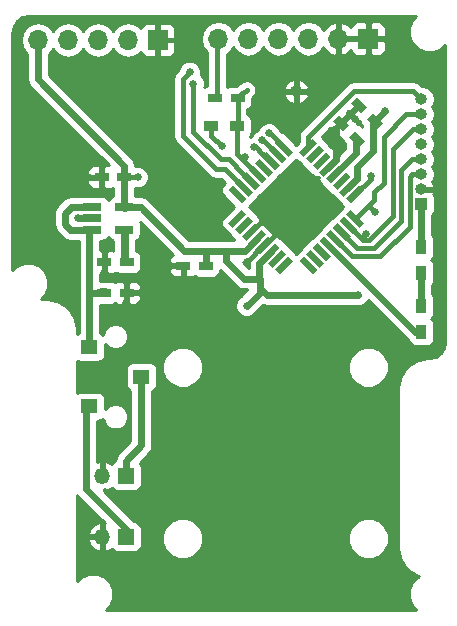
<source format=gtl>
G04 #@! TF.FileFunction,Copper,L1,Top,Signal*
%FSLAX46Y46*%
G04 Gerber Fmt 4.6, Leading zero omitted, Abs format (unit mm)*
G04 Created by KiCad (PCBNEW 4.0.4-stable) date Wednesday, September 27, 2017 'PMt' 07:18:26 PM*
%MOMM*%
%LPD*%
G01*
G04 APERTURE LIST*
%ADD10C,0.100000*%
%ADD11R,1.000000X1.000000*%
%ADD12O,1.000000X1.000000*%
%ADD13R,1.700000X1.700000*%
%ADD14O,1.700000X1.700000*%
%ADD15R,1.200000X0.750000*%
%ADD16R,0.900000X1.200000*%
%ADD17R,1.200000X0.900000*%
%ADD18R,1.400000X1.200000*%
%ADD19R,1.560000X0.650000*%
%ADD20R,1.350000X1.350000*%
%ADD21O,1.350000X1.350000*%
%ADD22C,0.650000*%
%ADD23C,0.600000*%
%ADD24C,0.400000*%
%ADD25C,0.406400*%
%ADD26C,0.635000*%
%ADD27C,0.250000*%
G04 APERTURE END LIST*
D10*
D11*
X175300000Y-112290000D03*
D12*
X175300000Y-111020000D03*
X175300000Y-109750000D03*
X175300000Y-108480000D03*
X175300000Y-107210000D03*
X175300000Y-105940000D03*
X175300000Y-104670000D03*
X175300000Y-103400000D03*
X164700000Y-102745000D03*
D13*
X153000000Y-98400000D03*
D14*
X150460000Y-98400000D03*
X147920000Y-98400000D03*
X145380000Y-98400000D03*
X142840000Y-98400000D03*
D13*
X170800000Y-98300000D03*
D14*
X168260000Y-98300000D03*
X165720000Y-98300000D03*
X163180000Y-98300000D03*
X160640000Y-98300000D03*
X158100000Y-98300000D03*
D10*
G36*
X159343666Y-114285445D02*
X158954757Y-113896536D01*
X160086128Y-112765165D01*
X160475037Y-113154074D01*
X159343666Y-114285445D01*
X159343666Y-114285445D01*
G37*
G36*
X159909352Y-114851130D02*
X159520443Y-114462221D01*
X160651814Y-113330850D01*
X161040723Y-113719759D01*
X159909352Y-114851130D01*
X159909352Y-114851130D01*
G37*
G36*
X160475037Y-115416816D02*
X160086128Y-115027907D01*
X161217499Y-113896536D01*
X161606408Y-114285445D01*
X160475037Y-115416816D01*
X160475037Y-115416816D01*
G37*
G36*
X161040722Y-115982501D02*
X160651813Y-115593592D01*
X161783184Y-114462221D01*
X162172093Y-114851130D01*
X161040722Y-115982501D01*
X161040722Y-115982501D01*
G37*
G36*
X161606408Y-116548187D02*
X161217499Y-116159278D01*
X162348870Y-115027907D01*
X162737779Y-115416816D01*
X161606408Y-116548187D01*
X161606408Y-116548187D01*
G37*
G36*
X162172093Y-117113872D02*
X161783184Y-116724963D01*
X162914555Y-115593592D01*
X163303464Y-115982501D01*
X162172093Y-117113872D01*
X162172093Y-117113872D01*
G37*
G36*
X162737779Y-117679557D02*
X162348870Y-117290648D01*
X163480241Y-116159277D01*
X163869150Y-116548186D01*
X162737779Y-117679557D01*
X162737779Y-117679557D01*
G37*
G36*
X163303464Y-118245243D02*
X162914555Y-117856334D01*
X164045926Y-116724963D01*
X164434835Y-117113872D01*
X163303464Y-118245243D01*
X163303464Y-118245243D01*
G37*
G36*
X166485445Y-117856334D02*
X166096536Y-118245243D01*
X164965165Y-117113872D01*
X165354074Y-116724963D01*
X166485445Y-117856334D01*
X166485445Y-117856334D01*
G37*
G36*
X167051130Y-117290648D02*
X166662221Y-117679557D01*
X165530850Y-116548186D01*
X165919759Y-116159277D01*
X167051130Y-117290648D01*
X167051130Y-117290648D01*
G37*
G36*
X167616816Y-116724963D02*
X167227907Y-117113872D01*
X166096536Y-115982501D01*
X166485445Y-115593592D01*
X167616816Y-116724963D01*
X167616816Y-116724963D01*
G37*
G36*
X168182501Y-116159278D02*
X167793592Y-116548187D01*
X166662221Y-115416816D01*
X167051130Y-115027907D01*
X168182501Y-116159278D01*
X168182501Y-116159278D01*
G37*
G36*
X168748187Y-115593592D02*
X168359278Y-115982501D01*
X167227907Y-114851130D01*
X167616816Y-114462221D01*
X168748187Y-115593592D01*
X168748187Y-115593592D01*
G37*
G36*
X169313872Y-115027907D02*
X168924963Y-115416816D01*
X167793592Y-114285445D01*
X168182501Y-113896536D01*
X169313872Y-115027907D01*
X169313872Y-115027907D01*
G37*
G36*
X169879557Y-114462221D02*
X169490648Y-114851130D01*
X168359277Y-113719759D01*
X168748186Y-113330850D01*
X169879557Y-114462221D01*
X169879557Y-114462221D01*
G37*
G36*
X170445243Y-113896536D02*
X170056334Y-114285445D01*
X168924963Y-113154074D01*
X169313872Y-112765165D01*
X170445243Y-113896536D01*
X170445243Y-113896536D01*
G37*
G36*
X169313872Y-112234835D02*
X168924963Y-111845926D01*
X170056334Y-110714555D01*
X170445243Y-111103464D01*
X169313872Y-112234835D01*
X169313872Y-112234835D01*
G37*
G36*
X168748186Y-111669150D02*
X168359277Y-111280241D01*
X169490648Y-110148870D01*
X169879557Y-110537779D01*
X168748186Y-111669150D01*
X168748186Y-111669150D01*
G37*
G36*
X168182501Y-111103464D02*
X167793592Y-110714555D01*
X168924963Y-109583184D01*
X169313872Y-109972093D01*
X168182501Y-111103464D01*
X168182501Y-111103464D01*
G37*
G36*
X167616816Y-110537779D02*
X167227907Y-110148870D01*
X168359278Y-109017499D01*
X168748187Y-109406408D01*
X167616816Y-110537779D01*
X167616816Y-110537779D01*
G37*
G36*
X167051130Y-109972093D02*
X166662221Y-109583184D01*
X167793592Y-108451813D01*
X168182501Y-108840722D01*
X167051130Y-109972093D01*
X167051130Y-109972093D01*
G37*
G36*
X166485445Y-109406408D02*
X166096536Y-109017499D01*
X167227907Y-107886128D01*
X167616816Y-108275037D01*
X166485445Y-109406408D01*
X166485445Y-109406408D01*
G37*
G36*
X165919759Y-108840723D02*
X165530850Y-108451814D01*
X166662221Y-107320443D01*
X167051130Y-107709352D01*
X165919759Y-108840723D01*
X165919759Y-108840723D01*
G37*
G36*
X165354074Y-108275037D02*
X164965165Y-107886128D01*
X166096536Y-106754757D01*
X166485445Y-107143666D01*
X165354074Y-108275037D01*
X165354074Y-108275037D01*
G37*
G36*
X164434835Y-107886128D02*
X164045926Y-108275037D01*
X162914555Y-107143666D01*
X163303464Y-106754757D01*
X164434835Y-107886128D01*
X164434835Y-107886128D01*
G37*
G36*
X163869150Y-108451814D02*
X163480241Y-108840723D01*
X162348870Y-107709352D01*
X162737779Y-107320443D01*
X163869150Y-108451814D01*
X163869150Y-108451814D01*
G37*
G36*
X163303464Y-109017499D02*
X162914555Y-109406408D01*
X161783184Y-108275037D01*
X162172093Y-107886128D01*
X163303464Y-109017499D01*
X163303464Y-109017499D01*
G37*
G36*
X162737779Y-109583184D02*
X162348870Y-109972093D01*
X161217499Y-108840722D01*
X161606408Y-108451813D01*
X162737779Y-109583184D01*
X162737779Y-109583184D01*
G37*
G36*
X162172093Y-110148870D02*
X161783184Y-110537779D01*
X160651813Y-109406408D01*
X161040722Y-109017499D01*
X162172093Y-110148870D01*
X162172093Y-110148870D01*
G37*
G36*
X161606408Y-110714555D02*
X161217499Y-111103464D01*
X160086128Y-109972093D01*
X160475037Y-109583184D01*
X161606408Y-110714555D01*
X161606408Y-110714555D01*
G37*
G36*
X161040723Y-111280241D02*
X160651814Y-111669150D01*
X159520443Y-110537779D01*
X159909352Y-110148870D01*
X161040723Y-111280241D01*
X161040723Y-111280241D01*
G37*
G36*
X160475037Y-111845926D02*
X160086128Y-112234835D01*
X158954757Y-111103464D01*
X159343666Y-110714555D01*
X160475037Y-111845926D01*
X160475037Y-111845926D01*
G37*
G36*
X170561180Y-106930850D02*
X170030850Y-107461180D01*
X169182322Y-106612652D01*
X169712652Y-106082322D01*
X170561180Y-106930850D01*
X170561180Y-106930850D01*
G37*
G36*
X169217678Y-105587348D02*
X168687348Y-106117678D01*
X167838820Y-105269150D01*
X168369150Y-104738820D01*
X169217678Y-105587348D01*
X169217678Y-105587348D01*
G37*
D15*
X157050000Y-117500000D03*
X155150000Y-117500000D03*
X159750000Y-103300000D03*
X157850000Y-103300000D03*
D10*
G36*
X172061180Y-105430850D02*
X171530850Y-105961180D01*
X170682322Y-105112652D01*
X171212652Y-104582322D01*
X172061180Y-105430850D01*
X172061180Y-105430850D01*
G37*
G36*
X170717678Y-104087348D02*
X170187348Y-104617678D01*
X169338820Y-103769150D01*
X169869150Y-103238820D01*
X170717678Y-104087348D01*
X170717678Y-104087348D01*
G37*
D15*
X148450000Y-119800000D03*
X150350000Y-119800000D03*
X150350000Y-117200000D03*
X148450000Y-117200000D03*
X150150000Y-110000000D03*
X148250000Y-110000000D03*
D16*
X175300000Y-115900000D03*
X175300000Y-118100000D03*
D17*
X157500000Y-105700000D03*
X159700000Y-105700000D03*
D18*
X147200000Y-124400000D03*
X147200000Y-129400000D03*
X151600000Y-126900000D03*
D19*
X147450000Y-112550000D03*
X147450000Y-113500000D03*
X147450000Y-114450000D03*
X150150000Y-114450000D03*
X150150000Y-112550000D03*
D20*
X150300000Y-135300000D03*
D21*
X148300000Y-135300000D03*
D16*
X175300000Y-123100000D03*
X175300000Y-120900000D03*
D20*
X150300000Y-140462000D03*
D21*
X148300000Y-140462000D03*
D22*
X169700000Y-105100000D03*
X167600000Y-106300000D03*
X150300000Y-120700000D03*
X154000000Y-117500000D03*
X148400000Y-118100000D03*
X147100000Y-110000000D03*
X160500000Y-117200000D03*
X146200000Y-113500000D03*
X160400000Y-108300000D03*
X172200000Y-104400000D03*
X160500000Y-120900000D03*
X169900000Y-120000000D03*
X151300000Y-110000000D03*
X158400000Y-107400000D03*
X161145875Y-107445088D03*
X161798958Y-106901042D03*
X162400000Y-106300000D03*
X171000000Y-109900000D03*
X170600000Y-114800000D03*
X171385084Y-112985084D03*
X155700000Y-101100000D03*
X156000000Y-102100000D03*
D23*
X169256498Y-104700000D02*
X170028249Y-103928249D01*
X169256498Y-104700000D02*
X169300000Y-104700000D01*
X168528249Y-105428249D02*
X169256498Y-104700000D01*
X169300000Y-104700000D02*
X169700000Y-105100000D01*
X168100000Y-105856498D02*
X168043502Y-105856498D01*
X168043502Y-105856498D02*
X167600000Y-106300000D01*
X167422361Y-109211953D02*
X168100000Y-108534314D01*
X168116826Y-108067924D02*
X168100000Y-108051098D01*
X168100000Y-108534314D02*
X168100000Y-108498974D01*
X168100000Y-108498974D02*
X168116826Y-108482148D01*
X168116826Y-108482148D02*
X168116826Y-108067924D01*
X168100000Y-108051098D02*
X168100000Y-105856498D01*
X168100000Y-105856498D02*
X168528249Y-105428249D01*
D24*
X150350000Y-119800000D02*
X150350000Y-120650000D01*
X150350000Y-120650000D02*
X150300000Y-120700000D01*
X155150000Y-117500000D02*
X154000000Y-117500000D01*
X148450000Y-117200000D02*
X148450000Y-118050000D01*
X148450000Y-118050000D02*
X148400000Y-118100000D01*
X148250000Y-110000000D02*
X147100000Y-110000000D01*
X160846268Y-114656676D02*
X161602944Y-113900000D01*
X161602944Y-113900000D02*
X162000000Y-113900000D01*
X162000000Y-113900000D02*
X162800000Y-114700000D01*
X162800000Y-114700000D02*
X162800000Y-114965686D01*
X162800000Y-114965686D02*
X161977639Y-115788047D01*
X161977639Y-115788047D02*
X161911953Y-115788047D01*
X161911953Y-115788047D02*
X160500000Y-117200000D01*
D23*
X147450000Y-113500000D02*
X146200000Y-113500000D01*
D24*
X159700000Y-108065686D02*
X160100000Y-108465686D01*
X160400000Y-108300000D02*
X160234314Y-108465686D01*
X160100000Y-108465686D02*
X161411953Y-109777639D01*
X160234314Y-108465686D02*
X160100000Y-108465686D01*
X160500000Y-102600000D02*
X160200000Y-102900000D01*
X160150000Y-102900000D02*
X159750000Y-103300000D01*
X160200000Y-102900000D02*
X160150000Y-102900000D01*
X159700000Y-105700000D02*
X159700000Y-108065686D01*
X159750000Y-103300000D02*
X159750000Y-105650000D01*
X159750000Y-105650000D02*
X159700000Y-105700000D01*
D25*
X158120000Y-98430000D02*
X158115000Y-98425000D01*
X158000000Y-102997000D02*
X158000000Y-98430000D01*
D23*
X172200000Y-104400000D02*
X172200000Y-104443502D01*
X172200000Y-104443502D02*
X171371751Y-105271751D01*
X169119417Y-110909010D02*
X169119417Y-110873669D01*
X169119417Y-110873669D02*
X169813882Y-110179204D01*
X169813882Y-110179204D02*
X169813882Y-109186118D01*
X169813882Y-109186118D02*
X171200000Y-107800000D01*
X171200000Y-107800000D02*
X171200000Y-105443502D01*
X171200000Y-105443502D02*
X171371751Y-105271751D01*
X175300000Y-115900000D02*
X175300000Y-112290000D01*
X160500000Y-120900000D02*
X161600000Y-119800000D01*
X161600000Y-119800000D02*
X161600000Y-119400000D01*
X169900000Y-120000000D02*
X162200000Y-120000000D01*
X162200000Y-120000000D02*
X161600000Y-119400000D01*
X161600000Y-119400000D02*
X161600000Y-118600000D01*
X161600000Y-118600000D02*
X161597056Y-118597056D01*
D24*
X151300000Y-110000000D02*
X150150000Y-110000000D01*
X157500000Y-105700000D02*
X157500000Y-106500000D01*
X157500000Y-106500000D02*
X158400000Y-107400000D01*
D23*
X161597056Y-118597056D02*
X160297056Y-118597056D01*
X160297056Y-118597056D02*
X158800000Y-117100000D01*
X158800000Y-117100000D02*
X158800000Y-116234314D01*
X157100000Y-116234314D02*
X158800000Y-116234314D01*
X158800000Y-116234314D02*
X159515686Y-116234314D01*
X161597056Y-117300000D02*
X161597056Y-118597056D01*
X155214314Y-116234314D02*
X157100000Y-116234314D01*
X157050000Y-117500000D02*
X157050000Y-116284314D01*
X157050000Y-116284314D02*
X157100000Y-116234314D01*
X150150000Y-110000000D02*
X150150000Y-109025000D01*
X150150000Y-109025000D02*
X142840000Y-101715000D01*
X142840000Y-101715000D02*
X142840000Y-99602081D01*
X142840000Y-99602081D02*
X142840000Y-98400000D01*
X150150000Y-112550000D02*
X150150000Y-110000000D01*
X150150000Y-112550000D02*
X151530000Y-112550000D01*
X151530000Y-112550000D02*
X155214314Y-116234314D01*
X162543324Y-116353732D02*
X161597056Y-117300000D01*
X159515686Y-116234314D02*
X160400000Y-116234314D01*
X160400000Y-116234314D02*
X160775558Y-115858756D01*
X160775558Y-115858756D02*
X161411953Y-115222361D01*
D26*
X150175000Y-112569000D02*
X150194000Y-112588000D01*
X150175000Y-117221000D02*
X150175000Y-114507000D01*
X150175000Y-114507000D02*
X150194000Y-114488000D01*
D23*
X147450000Y-112550000D02*
X145650000Y-112550000D01*
X145650000Y-112550000D02*
X145100000Y-113100000D01*
X145100000Y-113100000D02*
X145100000Y-114000000D01*
X145550000Y-114450000D02*
X147450000Y-114450000D01*
X145100000Y-114000000D02*
X145550000Y-114450000D01*
X147200000Y-121050000D02*
X147200000Y-119700000D01*
X148450000Y-119800000D02*
X147250000Y-119800000D01*
X147200000Y-119700000D02*
X147200000Y-114700000D01*
X147250000Y-119800000D02*
X147200000Y-119750000D01*
X147200000Y-119750000D02*
X147200000Y-119700000D01*
X147200000Y-114700000D02*
X147300000Y-114600000D01*
X147300000Y-114600000D02*
X147450000Y-114450000D01*
X147200000Y-124400000D02*
X147200000Y-121050000D01*
D26*
X148529000Y-119761000D02*
X148304000Y-119761000D01*
D24*
X161145875Y-107445088D02*
X161270002Y-107445088D01*
X161270002Y-107445088D02*
X161834787Y-108009873D01*
X161834787Y-108009873D02*
X161906929Y-108009873D01*
X161906929Y-108009873D02*
X162543324Y-108646268D01*
X161798958Y-106901042D02*
X161929469Y-106901042D01*
X161929469Y-106901042D02*
X163109010Y-108080583D01*
X162400000Y-106300000D02*
X162459798Y-106300000D01*
X162459798Y-106300000D02*
X163674695Y-107514897D01*
X167988047Y-115222361D02*
X169465686Y-116700000D01*
X169465686Y-116700000D02*
X171800000Y-116700000D01*
X171800000Y-116700000D02*
X174300010Y-114199990D01*
X174300010Y-114199990D02*
X174300010Y-109999990D01*
X174300010Y-109999990D02*
X174550000Y-109750000D01*
X174550000Y-109750000D02*
X175300000Y-109750000D01*
X175300000Y-108480000D02*
X175280000Y-108500000D01*
X175280000Y-108500000D02*
X174500000Y-108500000D01*
X174500000Y-108500000D02*
X173600000Y-109400000D01*
X173600000Y-109400000D02*
X173600000Y-113700000D01*
X173600000Y-113700000D02*
X173500000Y-113800000D01*
D25*
X171300000Y-116000000D02*
X169894056Y-116000000D01*
X173500000Y-113800000D02*
X171300000Y-116000000D01*
X169894056Y-116000000D02*
X169209127Y-115315071D01*
X169209127Y-115315071D02*
X168572732Y-114678676D01*
D24*
X169685103Y-111474695D02*
X171000000Y-110159798D01*
X171000000Y-110159798D02*
X171000000Y-109900000D01*
D25*
X169704103Y-111496695D02*
X169704103Y-111480459D01*
D24*
X175300000Y-105940000D02*
X174592894Y-105940000D01*
X174592894Y-105940000D02*
X172900000Y-107632894D01*
X172900000Y-107632894D02*
X172900000Y-113300000D01*
X172900000Y-113300000D02*
X170900000Y-115300000D01*
X170900000Y-115300000D02*
X170328427Y-115300000D01*
X170328427Y-115300000D02*
X170128427Y-115100000D01*
X170300000Y-115100000D02*
X170600000Y-114800000D01*
X170128427Y-115100000D02*
X170300000Y-115100000D01*
X169119417Y-114090990D02*
X170128427Y-115100000D01*
X175270000Y-104700000D02*
X174000000Y-104700000D01*
X174000000Y-104700000D02*
X172100000Y-106600000D01*
X172100000Y-106600000D02*
X172100000Y-110500000D01*
X172100000Y-110500000D02*
X171300000Y-111300000D01*
X171300000Y-111300000D02*
X171300000Y-111330526D01*
X171385084Y-112985084D02*
X170851408Y-112451408D01*
X170851408Y-112451408D02*
X170800000Y-112451408D01*
D25*
X171300000Y-111951408D02*
X170800000Y-112451408D01*
X170800000Y-112451408D02*
X169704103Y-113547305D01*
X171300000Y-111330526D02*
X171300000Y-111951408D01*
D24*
X175300000Y-103400000D02*
X174600000Y-102700000D01*
X174600000Y-102700000D02*
X169600000Y-102700000D01*
X165725305Y-107025988D02*
X165725305Y-107514897D01*
X169600000Y-102700000D02*
X165725305Y-106574695D01*
X165725305Y-106574695D02*
X165725305Y-107025988D01*
X155700000Y-101100000D02*
X155100000Y-101700000D01*
X155100000Y-101700000D02*
X155100000Y-106500000D01*
X155100000Y-106500000D02*
X157900000Y-109300000D01*
X157900000Y-109300000D02*
X158671573Y-109300000D01*
X158671573Y-109300000D02*
X160280583Y-110909010D01*
X156000000Y-102100000D02*
X156000000Y-106200000D01*
X156000000Y-106200000D02*
X158300000Y-108500000D01*
X158300000Y-108500000D02*
X159002944Y-108500000D01*
X159002944Y-108500000D02*
X160209873Y-109706929D01*
X160209873Y-109706929D02*
X160846268Y-110343324D01*
D23*
X150300000Y-135300000D02*
X150300000Y-134025000D01*
X150300000Y-134025000D02*
X151600000Y-132725000D01*
X151600000Y-132725000D02*
X151600000Y-128100000D01*
X151600000Y-128100000D02*
X151600000Y-126900000D01*
X175300000Y-123100000D02*
X174734314Y-123100000D01*
X174734314Y-123100000D02*
X172734314Y-121100000D01*
X172734314Y-121100000D02*
X167422361Y-115788047D01*
X167988047Y-109777639D02*
X169800000Y-107965686D01*
X169800000Y-107965686D02*
X169800000Y-106700000D01*
X175300000Y-118100000D02*
X175300000Y-120900000D01*
X150300000Y-140462000D02*
X150300000Y-139800000D01*
X150300000Y-139800000D02*
X146900000Y-136400000D01*
X146900000Y-136400000D02*
X146900000Y-129700000D01*
X146900000Y-129700000D02*
X147000000Y-129600000D01*
X147000000Y-129600000D02*
X147200000Y-129400000D01*
D26*
X147152000Y-129373000D02*
X146939000Y-129586000D01*
D27*
G36*
X174538469Y-96721590D02*
X174275300Y-97355371D01*
X174274701Y-98041618D01*
X174536763Y-98675858D01*
X175021590Y-99161531D01*
X175655371Y-99424700D01*
X176341618Y-99425299D01*
X176975858Y-99163237D01*
X177325000Y-98814703D01*
X177325000Y-123933519D01*
X177211923Y-124501996D01*
X176927567Y-124927565D01*
X176501996Y-125211923D01*
X175868314Y-125337970D01*
X175102947Y-125490211D01*
X174859623Y-125590999D01*
X174210776Y-126024544D01*
X174159076Y-126076244D01*
X174024544Y-126210775D01*
X174024542Y-126210780D01*
X173590999Y-126859624D01*
X173490211Y-127102947D01*
X173337970Y-127868314D01*
X173337970Y-127934795D01*
X173325000Y-128000000D01*
X173325000Y-141300000D01*
X173337970Y-141365205D01*
X173337970Y-141431686D01*
X173490211Y-142197052D01*
X173490211Y-142197053D01*
X173590999Y-142440376D01*
X174024542Y-143089220D01*
X174024544Y-143089225D01*
X174148699Y-143213379D01*
X174210775Y-143275455D01*
X174210777Y-143275456D01*
X174859622Y-143709000D01*
X174859623Y-143709001D01*
X175096194Y-143806992D01*
X175024142Y-143836763D01*
X174538469Y-144321590D01*
X174275300Y-144955371D01*
X174274701Y-145641618D01*
X174536763Y-146275858D01*
X174885297Y-146625000D01*
X148614336Y-146625000D01*
X148961531Y-146278410D01*
X149224700Y-145644629D01*
X149225299Y-144958382D01*
X148963237Y-144324142D01*
X148478410Y-143838469D01*
X147844629Y-143575300D01*
X147158382Y-143574701D01*
X146524142Y-143836763D01*
X146175000Y-144185297D01*
X146175000Y-140787885D01*
X147041498Y-140787885D01*
X147262007Y-141244686D01*
X147640540Y-141582330D01*
X147974117Y-141720491D01*
X148175000Y-141598899D01*
X148175000Y-140587000D01*
X147162263Y-140587000D01*
X147041498Y-140787885D01*
X146175000Y-140787885D01*
X146175000Y-140136115D01*
X147041498Y-140136115D01*
X147162263Y-140337000D01*
X148175000Y-140337000D01*
X148175000Y-139325101D01*
X147974117Y-139203509D01*
X147640540Y-139341670D01*
X147262007Y-139679314D01*
X147041498Y-140136115D01*
X146175000Y-140136115D01*
X146175000Y-136947926D01*
X146245926Y-137054074D01*
X148482281Y-139290429D01*
X148425000Y-139325101D01*
X148425000Y-140337000D01*
X148445000Y-140337000D01*
X148445000Y-140587000D01*
X148425000Y-140587000D01*
X148425000Y-141598899D01*
X148625883Y-141720491D01*
X148959460Y-141582330D01*
X149092500Y-141463661D01*
X149168219Y-141581332D01*
X149377076Y-141724038D01*
X149625000Y-141774244D01*
X150975000Y-141774244D01*
X151206611Y-141730663D01*
X151419332Y-141593781D01*
X151562038Y-141384924D01*
X151612244Y-141137000D01*
X151612244Y-140941618D01*
X153374701Y-140941618D01*
X153636763Y-141575858D01*
X154121590Y-142061531D01*
X154755371Y-142324700D01*
X155441618Y-142325299D01*
X156075858Y-142063237D01*
X156561531Y-141578410D01*
X156824700Y-140944629D01*
X156824702Y-140941618D01*
X169074701Y-140941618D01*
X169336763Y-141575858D01*
X169821590Y-142061531D01*
X170455371Y-142324700D01*
X171141618Y-142325299D01*
X171775858Y-142063237D01*
X172261531Y-141578410D01*
X172524700Y-140944629D01*
X172525299Y-140258382D01*
X172263237Y-139624142D01*
X171778410Y-139138469D01*
X171144629Y-138875300D01*
X170458382Y-138874701D01*
X169824142Y-139136763D01*
X169338469Y-139621590D01*
X169075300Y-140255371D01*
X169074701Y-140941618D01*
X156824702Y-140941618D01*
X156825299Y-140258382D01*
X156563237Y-139624142D01*
X156078410Y-139138469D01*
X155444629Y-138875300D01*
X154758382Y-138874701D01*
X154124142Y-139136763D01*
X153638469Y-139621590D01*
X153375300Y-140255371D01*
X153374701Y-140941618D01*
X151612244Y-140941618D01*
X151612244Y-139787000D01*
X151568663Y-139555389D01*
X151431781Y-139342668D01*
X151222924Y-139199962D01*
X150975000Y-139149756D01*
X150956633Y-139149756D01*
X150954074Y-139145926D01*
X148408148Y-136600000D01*
X148425002Y-136600000D01*
X148425002Y-136436900D01*
X148625883Y-136558491D01*
X148959460Y-136420330D01*
X149092500Y-136301661D01*
X149168219Y-136419332D01*
X149377076Y-136562038D01*
X149625000Y-136612244D01*
X150975000Y-136612244D01*
X151206611Y-136568663D01*
X151419332Y-136431781D01*
X151562038Y-136222924D01*
X151612244Y-135975000D01*
X151612244Y-134625000D01*
X151568663Y-134393389D01*
X151439885Y-134193263D01*
X152254074Y-133379074D01*
X152454589Y-133078982D01*
X152525001Y-132725000D01*
X152525000Y-132724995D01*
X152525000Y-128094907D01*
X152531611Y-128093663D01*
X152744332Y-127956781D01*
X152887038Y-127747924D01*
X152937244Y-127500000D01*
X152937244Y-126441618D01*
X153374701Y-126441618D01*
X153636763Y-127075858D01*
X154121590Y-127561531D01*
X154755371Y-127824700D01*
X155441618Y-127825299D01*
X156075858Y-127563237D01*
X156561531Y-127078410D01*
X156824700Y-126444629D01*
X156824702Y-126441618D01*
X169074701Y-126441618D01*
X169336763Y-127075858D01*
X169821590Y-127561531D01*
X170455371Y-127824700D01*
X171141618Y-127825299D01*
X171775858Y-127563237D01*
X172261531Y-127078410D01*
X172524700Y-126444629D01*
X172525299Y-125758382D01*
X172263237Y-125124142D01*
X171778410Y-124638469D01*
X171144629Y-124375300D01*
X170458382Y-124374701D01*
X169824142Y-124636763D01*
X169338469Y-125121590D01*
X169075300Y-125755371D01*
X169074701Y-126441618D01*
X156824702Y-126441618D01*
X156825299Y-125758382D01*
X156563237Y-125124142D01*
X156078410Y-124638469D01*
X155444629Y-124375300D01*
X154758382Y-124374701D01*
X154124142Y-124636763D01*
X153638469Y-125121590D01*
X153375300Y-125755371D01*
X153374701Y-126441618D01*
X152937244Y-126441618D01*
X152937244Y-126300000D01*
X152893663Y-126068389D01*
X152756781Y-125855668D01*
X152547924Y-125712962D01*
X152300000Y-125662756D01*
X150900000Y-125662756D01*
X150668389Y-125706337D01*
X150455668Y-125843219D01*
X150312962Y-126052076D01*
X150262756Y-126300000D01*
X150262756Y-127500000D01*
X150306337Y-127731611D01*
X150443219Y-127944332D01*
X150652076Y-128087038D01*
X150675000Y-128091680D01*
X150675000Y-132341852D01*
X149645926Y-133370926D01*
X149445411Y-133671017D01*
X149445411Y-133671018D01*
X149375000Y-134025000D01*
X149375000Y-134043170D01*
X149180668Y-134168219D01*
X149092041Y-134297929D01*
X148959460Y-134179670D01*
X148625883Y-134041509D01*
X148425000Y-134163101D01*
X148425000Y-135175000D01*
X148445000Y-135175000D01*
X148445000Y-135425000D01*
X148425000Y-135425000D01*
X148425000Y-135445000D01*
X148175000Y-135445000D01*
X148175000Y-135425000D01*
X148155000Y-135425000D01*
X148155000Y-135175000D01*
X148175000Y-135175000D01*
X148175000Y-134163101D01*
X147974117Y-134041509D01*
X147825000Y-134103270D01*
X147825000Y-130637244D01*
X147900000Y-130637244D01*
X148131611Y-130593663D01*
X148324852Y-130469316D01*
X148324814Y-130512893D01*
X148488128Y-130908143D01*
X148790267Y-131210809D01*
X149185231Y-131374813D01*
X149612893Y-131375186D01*
X150008143Y-131211872D01*
X150310809Y-130909733D01*
X150474813Y-130514769D01*
X150475186Y-130087107D01*
X150311872Y-129691857D01*
X150009733Y-129389191D01*
X149614769Y-129225187D01*
X149187107Y-129224814D01*
X148791857Y-129388128D01*
X148537244Y-129642298D01*
X148537244Y-128800000D01*
X148493663Y-128568389D01*
X148356781Y-128355668D01*
X148147924Y-128212962D01*
X147900000Y-128162756D01*
X146500000Y-128162756D01*
X146268389Y-128206337D01*
X146175000Y-128266431D01*
X146175000Y-125534374D01*
X146252076Y-125587038D01*
X146500000Y-125637244D01*
X147900000Y-125637244D01*
X148131611Y-125593663D01*
X148344332Y-125456781D01*
X148487038Y-125247924D01*
X148537244Y-125000000D01*
X148537244Y-124157345D01*
X148790267Y-124410809D01*
X149185231Y-124574813D01*
X149612893Y-124575186D01*
X150008143Y-124411872D01*
X150310809Y-124109733D01*
X150474813Y-123714769D01*
X150475186Y-123287107D01*
X150311872Y-122891857D01*
X150009733Y-122589191D01*
X149614769Y-122425187D01*
X149187107Y-122424814D01*
X148791857Y-122588128D01*
X148489191Y-122890267D01*
X148325187Y-123285231D01*
X148325144Y-123334052D01*
X148147924Y-123212962D01*
X148125000Y-123208320D01*
X148125000Y-120812244D01*
X149050000Y-120812244D01*
X149281611Y-120768663D01*
X149390020Y-120698904D01*
X149395966Y-120704850D01*
X149625680Y-120800000D01*
X150068750Y-120800000D01*
X150225000Y-120643750D01*
X150225000Y-119925000D01*
X150475000Y-119925000D01*
X150475000Y-120643750D01*
X150631250Y-120800000D01*
X151074320Y-120800000D01*
X151304034Y-120704850D01*
X151479849Y-120529034D01*
X151575000Y-120299320D01*
X151575000Y-120081250D01*
X151418750Y-119925000D01*
X150475000Y-119925000D01*
X150225000Y-119925000D01*
X150205000Y-119925000D01*
X150205000Y-119675000D01*
X150225000Y-119675000D01*
X150225000Y-118956250D01*
X150475000Y-118956250D01*
X150475000Y-119675000D01*
X151418750Y-119675000D01*
X151575000Y-119518750D01*
X151575000Y-119300680D01*
X151479849Y-119070966D01*
X151304034Y-118895150D01*
X151074320Y-118800000D01*
X150631250Y-118800000D01*
X150475000Y-118956250D01*
X150225000Y-118956250D01*
X150068750Y-118800000D01*
X149625680Y-118800000D01*
X149395966Y-118895150D01*
X149390143Y-118900973D01*
X149297924Y-118837962D01*
X149050000Y-118787756D01*
X148125000Y-118787756D01*
X148125000Y-118200000D01*
X148168750Y-118200000D01*
X148325000Y-118043750D01*
X148325000Y-117325000D01*
X148305000Y-117325000D01*
X148305000Y-117075000D01*
X148325000Y-117075000D01*
X148325000Y-116356250D01*
X148168750Y-116200000D01*
X148125000Y-116200000D01*
X148125000Y-115412244D01*
X148230000Y-115412244D01*
X148461611Y-115368663D01*
X148674332Y-115231781D01*
X148801483Y-115045689D01*
X148913219Y-115219332D01*
X149122076Y-115362038D01*
X149232500Y-115384399D01*
X149232500Y-116224099D01*
X149174320Y-116200000D01*
X148731250Y-116200000D01*
X148575000Y-116356250D01*
X148575000Y-117075000D01*
X148595000Y-117075000D01*
X148595000Y-117325000D01*
X148575000Y-117325000D01*
X148575000Y-118043750D01*
X148731250Y-118200000D01*
X149174320Y-118200000D01*
X149404034Y-118104850D01*
X149409857Y-118099027D01*
X149502076Y-118162038D01*
X149750000Y-118212244D01*
X150950000Y-118212244D01*
X151181611Y-118168663D01*
X151394332Y-118031781D01*
X151537038Y-117822924D01*
X151545477Y-117781250D01*
X153925000Y-117781250D01*
X153925000Y-117999320D01*
X154020151Y-118229034D01*
X154195966Y-118404850D01*
X154425680Y-118500000D01*
X154868750Y-118500000D01*
X155025000Y-118343750D01*
X155025000Y-117625000D01*
X154081250Y-117625000D01*
X153925000Y-117781250D01*
X151545477Y-117781250D01*
X151587244Y-117575000D01*
X151587244Y-116825000D01*
X151543663Y-116593389D01*
X151406781Y-116380668D01*
X151197924Y-116237962D01*
X151117500Y-116221676D01*
X151117500Y-115376963D01*
X151161611Y-115368663D01*
X151374332Y-115231781D01*
X151517038Y-115022924D01*
X151567244Y-114775000D01*
X151567244Y-114125000D01*
X151523663Y-113893389D01*
X151448619Y-113776767D01*
X154246196Y-116574344D01*
X154195966Y-116595150D01*
X154020151Y-116770966D01*
X153925000Y-117000680D01*
X153925000Y-117218750D01*
X154081250Y-117375000D01*
X155025000Y-117375000D01*
X155025000Y-117355000D01*
X155275000Y-117355000D01*
X155275000Y-117375000D01*
X155295000Y-117375000D01*
X155295000Y-117625000D01*
X155275000Y-117625000D01*
X155275000Y-118343750D01*
X155431250Y-118500000D01*
X155874320Y-118500000D01*
X156104034Y-118404850D01*
X156109857Y-118399027D01*
X156202076Y-118462038D01*
X156450000Y-118512244D01*
X157650000Y-118512244D01*
X157881611Y-118468663D01*
X158094332Y-118331781D01*
X158237038Y-118122924D01*
X158283810Y-117891958D01*
X159642982Y-119251130D01*
X159943073Y-119451645D01*
X160297056Y-119522056D01*
X160569796Y-119522056D01*
X160022424Y-120069428D01*
X159962571Y-120094159D01*
X159695098Y-120361165D01*
X159550165Y-120710204D01*
X159549835Y-121088138D01*
X159694159Y-121437429D01*
X159961165Y-121704902D01*
X160310204Y-121849835D01*
X160688138Y-121850165D01*
X161037429Y-121705841D01*
X161304902Y-121438835D01*
X161330173Y-121377975D01*
X161852308Y-120855840D01*
X162200000Y-120925000D01*
X169650394Y-120925000D01*
X169710204Y-120949835D01*
X170088138Y-120950165D01*
X170437429Y-120805841D01*
X170704902Y-120538835D01*
X170751876Y-120425710D01*
X174080240Y-123754074D01*
X174243451Y-123863128D01*
X174256337Y-123931611D01*
X174393219Y-124144332D01*
X174602076Y-124287038D01*
X174850000Y-124337244D01*
X175750000Y-124337244D01*
X175981611Y-124293663D01*
X176194332Y-124156781D01*
X176337038Y-123947924D01*
X176387244Y-123700000D01*
X176387244Y-122500000D01*
X176343663Y-122268389D01*
X176206781Y-122055668D01*
X176126210Y-122000616D01*
X176194332Y-121956781D01*
X176337038Y-121747924D01*
X176387244Y-121500000D01*
X176387244Y-120300000D01*
X176343663Y-120068389D01*
X176225000Y-119883981D01*
X176225000Y-119111897D01*
X176337038Y-118947924D01*
X176387244Y-118700000D01*
X176387244Y-117500000D01*
X176343663Y-117268389D01*
X176206781Y-117055668D01*
X176126210Y-117000616D01*
X176194332Y-116956781D01*
X176337038Y-116747924D01*
X176387244Y-116500000D01*
X176387244Y-115300000D01*
X176343663Y-115068389D01*
X176225000Y-114883981D01*
X176225000Y-113259221D01*
X176244332Y-113246781D01*
X176387038Y-113037924D01*
X176437244Y-112790000D01*
X176437244Y-111790000D01*
X176393663Y-111558389D01*
X176327736Y-111455936D01*
X176384715Y-111318360D01*
X176260652Y-111145000D01*
X175425000Y-111145000D01*
X175425000Y-111152756D01*
X175175000Y-111152756D01*
X175175000Y-111145000D01*
X175155000Y-111145000D01*
X175155000Y-110895000D01*
X175175000Y-110895000D01*
X175175000Y-110875000D01*
X175425000Y-110875000D01*
X175425000Y-110895000D01*
X176260652Y-110895000D01*
X176384715Y-110721640D01*
X176277992Y-110463955D01*
X176218193Y-110394850D01*
X176361404Y-110180519D01*
X176447040Y-109750000D01*
X176361404Y-109319481D01*
X176224774Y-109115000D01*
X176361404Y-108910519D01*
X176447040Y-108480000D01*
X176361404Y-108049481D01*
X176224774Y-107845000D01*
X176361404Y-107640519D01*
X176447040Y-107210000D01*
X176361404Y-106779481D01*
X176224774Y-106575000D01*
X176361404Y-106370519D01*
X176447040Y-105940000D01*
X176361404Y-105509481D01*
X176224774Y-105305000D01*
X176361404Y-105100519D01*
X176447040Y-104670000D01*
X176361404Y-104239481D01*
X176224774Y-104035000D01*
X176361404Y-103830519D01*
X176447040Y-103400000D01*
X176361404Y-102969481D01*
X176117535Y-102604505D01*
X175752559Y-102360636D01*
X175346614Y-102279888D01*
X175183363Y-102116637D01*
X174915714Y-101937799D01*
X174600000Y-101875000D01*
X169600000Y-101875000D01*
X169284286Y-101937799D01*
X169016637Y-102116637D01*
X165141942Y-105991332D01*
X164963104Y-106258981D01*
X164900305Y-106574695D01*
X164900305Y-107049788D01*
X164700000Y-107250093D01*
X163754064Y-106304157D01*
X163559474Y-106171200D01*
X163480618Y-106154094D01*
X163288046Y-105961522D01*
X163205841Y-105762571D01*
X162938835Y-105495098D01*
X162589796Y-105350165D01*
X162211862Y-105349835D01*
X161862571Y-105494159D01*
X161595098Y-105761165D01*
X161496752Y-105998009D01*
X161261529Y-106095201D01*
X160994056Y-106362207D01*
X160935056Y-106504294D01*
X160766878Y-106573784D01*
X160887038Y-106397924D01*
X160937244Y-106150000D01*
X160937244Y-105250000D01*
X160893663Y-105018389D01*
X160756781Y-104805668D01*
X160575000Y-104681462D01*
X160575000Y-104269907D01*
X160581611Y-104268663D01*
X160794332Y-104131781D01*
X160937038Y-103922924D01*
X160987244Y-103675000D01*
X160987244Y-103279482D01*
X161083363Y-103183363D01*
X161176910Y-103043360D01*
X163615285Y-103043360D01*
X163722008Y-103301045D01*
X164009242Y-103632980D01*
X164401638Y-103829728D01*
X164575000Y-103706797D01*
X164575000Y-102870000D01*
X164825000Y-102870000D01*
X164825000Y-103706797D01*
X164998362Y-103829728D01*
X165390758Y-103632980D01*
X165677992Y-103301045D01*
X165784715Y-103043360D01*
X165660652Y-102870000D01*
X164825000Y-102870000D01*
X164575000Y-102870000D01*
X163739348Y-102870000D01*
X163615285Y-103043360D01*
X161176910Y-103043360D01*
X161262201Y-102915714D01*
X161325000Y-102600000D01*
X161294496Y-102446640D01*
X163615285Y-102446640D01*
X163739348Y-102620000D01*
X164575000Y-102620000D01*
X164575000Y-101783203D01*
X164825000Y-101783203D01*
X164825000Y-102620000D01*
X165660652Y-102620000D01*
X165784715Y-102446640D01*
X165677992Y-102188955D01*
X165390758Y-101857020D01*
X164998362Y-101660272D01*
X164825000Y-101783203D01*
X164575000Y-101783203D01*
X164401638Y-101660272D01*
X164009242Y-101857020D01*
X163722008Y-102188955D01*
X163615285Y-102446640D01*
X161294496Y-102446640D01*
X161262201Y-102284286D01*
X161083363Y-102016637D01*
X160815714Y-101837799D01*
X160500000Y-101775000D01*
X160184286Y-101837799D01*
X159916637Y-102016637D01*
X159717322Y-102215952D01*
X159609860Y-102287756D01*
X159150000Y-102287756D01*
X158918389Y-102331337D01*
X158828200Y-102389372D01*
X158828200Y-99582210D01*
X159142983Y-99371880D01*
X159370000Y-99032124D01*
X159597017Y-99371880D01*
X160075542Y-99691619D01*
X160640000Y-99803897D01*
X161204458Y-99691619D01*
X161682983Y-99371880D01*
X161910000Y-99032124D01*
X162137017Y-99371880D01*
X162615542Y-99691619D01*
X163180000Y-99803897D01*
X163744458Y-99691619D01*
X164222983Y-99371880D01*
X164450000Y-99032124D01*
X164677017Y-99371880D01*
X165155542Y-99691619D01*
X165720000Y-99803897D01*
X166284458Y-99691619D01*
X166762983Y-99371880D01*
X166999085Y-99018527D01*
X167072185Y-99174497D01*
X167497258Y-99562487D01*
X167906628Y-99732045D01*
X168135000Y-99612812D01*
X168135000Y-98425000D01*
X168385000Y-98425000D01*
X168385000Y-99612812D01*
X168613372Y-99732045D01*
X169022742Y-99562487D01*
X169328690Y-99283229D01*
X169420150Y-99504034D01*
X169595966Y-99679849D01*
X169825680Y-99775000D01*
X170518750Y-99775000D01*
X170675000Y-99618750D01*
X170675000Y-98425000D01*
X170925000Y-98425000D01*
X170925000Y-99618750D01*
X171081250Y-99775000D01*
X171774320Y-99775000D01*
X172004034Y-99679849D01*
X172179850Y-99504034D01*
X172275000Y-99274320D01*
X172275000Y-98581250D01*
X172118750Y-98425000D01*
X170925000Y-98425000D01*
X170675000Y-98425000D01*
X168385000Y-98425000D01*
X168135000Y-98425000D01*
X168115000Y-98425000D01*
X168115000Y-98175000D01*
X168135000Y-98175000D01*
X168135000Y-96987188D01*
X168385000Y-96987188D01*
X168385000Y-98175000D01*
X170675000Y-98175000D01*
X170675000Y-96981250D01*
X170925000Y-96981250D01*
X170925000Y-98175000D01*
X172118750Y-98175000D01*
X172275000Y-98018750D01*
X172275000Y-97325680D01*
X172179850Y-97095966D01*
X172004034Y-96920151D01*
X171774320Y-96825000D01*
X171081250Y-96825000D01*
X170925000Y-96981250D01*
X170675000Y-96981250D01*
X170518750Y-96825000D01*
X169825680Y-96825000D01*
X169595966Y-96920151D01*
X169420150Y-97095966D01*
X169328690Y-97316771D01*
X169022742Y-97037513D01*
X168613372Y-96867955D01*
X168385000Y-96987188D01*
X168135000Y-96987188D01*
X167906628Y-96867955D01*
X167497258Y-97037513D01*
X167072185Y-97425503D01*
X166999085Y-97581473D01*
X166762983Y-97228120D01*
X166284458Y-96908381D01*
X165720000Y-96796103D01*
X165155542Y-96908381D01*
X164677017Y-97228120D01*
X164450000Y-97567876D01*
X164222983Y-97228120D01*
X163744458Y-96908381D01*
X163180000Y-96796103D01*
X162615542Y-96908381D01*
X162137017Y-97228120D01*
X161910000Y-97567876D01*
X161682983Y-97228120D01*
X161204458Y-96908381D01*
X160640000Y-96796103D01*
X160075542Y-96908381D01*
X159597017Y-97228120D01*
X159370000Y-97567876D01*
X159142983Y-97228120D01*
X158664458Y-96908381D01*
X158100000Y-96796103D01*
X157535542Y-96908381D01*
X157057017Y-97228120D01*
X156737278Y-97706645D01*
X156625000Y-98271103D01*
X156625000Y-98328897D01*
X156737278Y-98893355D01*
X157057017Y-99371880D01*
X157171800Y-99448575D01*
X157171800Y-102302470D01*
X157018389Y-102331337D01*
X156901300Y-102406682D01*
X156949835Y-102289796D01*
X156950165Y-101911862D01*
X156805841Y-101562571D01*
X156615672Y-101372070D01*
X156649835Y-101289796D01*
X156650165Y-100911862D01*
X156505841Y-100562571D01*
X156238835Y-100295098D01*
X155889796Y-100150165D01*
X155511862Y-100149835D01*
X155162571Y-100294159D01*
X154895098Y-100561165D01*
X154769405Y-100863869D01*
X154516637Y-101116637D01*
X154337799Y-101384286D01*
X154275000Y-101700000D01*
X154275000Y-106500000D01*
X154337799Y-106815714D01*
X154516637Y-107083363D01*
X157316637Y-109883363D01*
X157584286Y-110062201D01*
X157900000Y-110125000D01*
X158329847Y-110125000D01*
X158680934Y-110476087D01*
X158504157Y-110652864D01*
X158371200Y-110847454D01*
X158317574Y-111094661D01*
X158364350Y-111343254D01*
X158504157Y-111554064D01*
X159450093Y-112500000D01*
X158504157Y-113445936D01*
X158371200Y-113640526D01*
X158317574Y-113887733D01*
X158364350Y-114136326D01*
X158504157Y-114347136D01*
X158893066Y-114736045D01*
X159001943Y-114810437D01*
X159069843Y-114912821D01*
X159458752Y-115301730D01*
X159469852Y-115309314D01*
X157100005Y-115309314D01*
X157100000Y-115309313D01*
X157099995Y-115309314D01*
X155597462Y-115309314D01*
X152184074Y-111895926D01*
X151883983Y-111695411D01*
X151530000Y-111625000D01*
X151113916Y-111625000D01*
X151075000Y-111617119D01*
X151075000Y-110935217D01*
X151110204Y-110949835D01*
X151488138Y-110950165D01*
X151837429Y-110805841D01*
X152104902Y-110538835D01*
X152249835Y-110189796D01*
X152250165Y-109811862D01*
X152105841Y-109462571D01*
X151838835Y-109195098D01*
X151489796Y-109050165D01*
X151111862Y-109049835D01*
X151075000Y-109065066D01*
X151075000Y-109025000D01*
X151069953Y-108999627D01*
X151004589Y-108671017D01*
X150804074Y-108370926D01*
X143765000Y-101331852D01*
X143765000Y-99550713D01*
X143882983Y-99471880D01*
X144110000Y-99132124D01*
X144337017Y-99471880D01*
X144815542Y-99791619D01*
X145380000Y-99903897D01*
X145944458Y-99791619D01*
X146422983Y-99471880D01*
X146650000Y-99132124D01*
X146877017Y-99471880D01*
X147355542Y-99791619D01*
X147920000Y-99903897D01*
X148484458Y-99791619D01*
X148962983Y-99471880D01*
X149190000Y-99132124D01*
X149417017Y-99471880D01*
X149895542Y-99791619D01*
X150460000Y-99903897D01*
X151024458Y-99791619D01*
X151502983Y-99471880D01*
X151541521Y-99414204D01*
X151620150Y-99604034D01*
X151795966Y-99779849D01*
X152025680Y-99875000D01*
X152718750Y-99875000D01*
X152875000Y-99718750D01*
X152875000Y-98525000D01*
X153125000Y-98525000D01*
X153125000Y-99718750D01*
X153281250Y-99875000D01*
X153974320Y-99875000D01*
X154204034Y-99779849D01*
X154379850Y-99604034D01*
X154475000Y-99374320D01*
X154475000Y-98681250D01*
X154318750Y-98525000D01*
X153125000Y-98525000D01*
X152875000Y-98525000D01*
X152855000Y-98525000D01*
X152855000Y-98275000D01*
X152875000Y-98275000D01*
X152875000Y-97081250D01*
X153125000Y-97081250D01*
X153125000Y-98275000D01*
X154318750Y-98275000D01*
X154475000Y-98118750D01*
X154475000Y-97425680D01*
X154379850Y-97195966D01*
X154204034Y-97020151D01*
X153974320Y-96925000D01*
X153281250Y-96925000D01*
X153125000Y-97081250D01*
X152875000Y-97081250D01*
X152718750Y-96925000D01*
X152025680Y-96925000D01*
X151795966Y-97020151D01*
X151620150Y-97195966D01*
X151541521Y-97385796D01*
X151502983Y-97328120D01*
X151024458Y-97008381D01*
X150460000Y-96896103D01*
X149895542Y-97008381D01*
X149417017Y-97328120D01*
X149190000Y-97667876D01*
X148962983Y-97328120D01*
X148484458Y-97008381D01*
X147920000Y-96896103D01*
X147355542Y-97008381D01*
X146877017Y-97328120D01*
X146650000Y-97667876D01*
X146422983Y-97328120D01*
X145944458Y-97008381D01*
X145380000Y-96896103D01*
X144815542Y-97008381D01*
X144337017Y-97328120D01*
X144110000Y-97667876D01*
X143882983Y-97328120D01*
X143404458Y-97008381D01*
X142840000Y-96896103D01*
X142275542Y-97008381D01*
X141797017Y-97328120D01*
X141477278Y-97806645D01*
X141365000Y-98371103D01*
X141365000Y-98428897D01*
X141477278Y-98993355D01*
X141797017Y-99471880D01*
X141915000Y-99550713D01*
X141915000Y-101715000D01*
X141985411Y-102068983D01*
X142185926Y-102369074D01*
X148816852Y-109000000D01*
X148531250Y-109000000D01*
X148375000Y-109156250D01*
X148375000Y-109875000D01*
X148395000Y-109875000D01*
X148395000Y-110125000D01*
X148375000Y-110125000D01*
X148375000Y-110843750D01*
X148531250Y-111000000D01*
X148974320Y-111000000D01*
X149204034Y-110904850D01*
X149209857Y-110899027D01*
X149225000Y-110909374D01*
X149225000Y-111615040D01*
X149138389Y-111631337D01*
X148925668Y-111768219D01*
X148798517Y-111954311D01*
X148686781Y-111780668D01*
X148477924Y-111637962D01*
X148230000Y-111587756D01*
X146670000Y-111587756D01*
X146472067Y-111625000D01*
X145650000Y-111625000D01*
X145296018Y-111695411D01*
X144995926Y-111895926D01*
X144995924Y-111895929D01*
X144445926Y-112445926D01*
X144245411Y-112746017D01*
X144235281Y-112796946D01*
X144175000Y-113100000D01*
X144175000Y-114000000D01*
X144245411Y-114353983D01*
X144445926Y-114654074D01*
X144895926Y-115104074D01*
X145196017Y-115304589D01*
X145550000Y-115375000D01*
X146275000Y-115375000D01*
X146275000Y-123205093D01*
X146268389Y-123206337D01*
X146175000Y-123266431D01*
X146175000Y-123000000D01*
X146162030Y-122934795D01*
X146162030Y-122868314D01*
X146009789Y-122102947D01*
X145909001Y-121859623D01*
X145475456Y-121210777D01*
X145475455Y-121210775D01*
X145396366Y-121131686D01*
X145289225Y-121024544D01*
X145289220Y-121024542D01*
X144640376Y-120590999D01*
X144397053Y-120490211D01*
X143631686Y-120337970D01*
X143565205Y-120337970D01*
X143500000Y-120325000D01*
X143114336Y-120325000D01*
X143461531Y-119978410D01*
X143724700Y-119344629D01*
X143725299Y-118658382D01*
X143463237Y-118024142D01*
X142978410Y-117538469D01*
X142344629Y-117275300D01*
X141658382Y-117274701D01*
X141024142Y-117536763D01*
X140675000Y-117885297D01*
X140675000Y-110281250D01*
X147025000Y-110281250D01*
X147025000Y-110499320D01*
X147120151Y-110729034D01*
X147295966Y-110904850D01*
X147525680Y-111000000D01*
X147968750Y-111000000D01*
X148125000Y-110843750D01*
X148125000Y-110125000D01*
X147181250Y-110125000D01*
X147025000Y-110281250D01*
X140675000Y-110281250D01*
X140675000Y-109500680D01*
X147025000Y-109500680D01*
X147025000Y-109718750D01*
X147181250Y-109875000D01*
X148125000Y-109875000D01*
X148125000Y-109156250D01*
X147968750Y-109000000D01*
X147525680Y-109000000D01*
X147295966Y-109095150D01*
X147120151Y-109270966D01*
X147025000Y-109500680D01*
X140675000Y-109500680D01*
X140675000Y-97766481D01*
X140788077Y-97198004D01*
X141072435Y-96772433D01*
X141498004Y-96488077D01*
X142066481Y-96375000D01*
X174885664Y-96375000D01*
X174538469Y-96721590D01*
X174538469Y-96721590D01*
G37*
X174538469Y-96721590D02*
X174275300Y-97355371D01*
X174274701Y-98041618D01*
X174536763Y-98675858D01*
X175021590Y-99161531D01*
X175655371Y-99424700D01*
X176341618Y-99425299D01*
X176975858Y-99163237D01*
X177325000Y-98814703D01*
X177325000Y-123933519D01*
X177211923Y-124501996D01*
X176927567Y-124927565D01*
X176501996Y-125211923D01*
X175868314Y-125337970D01*
X175102947Y-125490211D01*
X174859623Y-125590999D01*
X174210776Y-126024544D01*
X174159076Y-126076244D01*
X174024544Y-126210775D01*
X174024542Y-126210780D01*
X173590999Y-126859624D01*
X173490211Y-127102947D01*
X173337970Y-127868314D01*
X173337970Y-127934795D01*
X173325000Y-128000000D01*
X173325000Y-141300000D01*
X173337970Y-141365205D01*
X173337970Y-141431686D01*
X173490211Y-142197052D01*
X173490211Y-142197053D01*
X173590999Y-142440376D01*
X174024542Y-143089220D01*
X174024544Y-143089225D01*
X174148699Y-143213379D01*
X174210775Y-143275455D01*
X174210777Y-143275456D01*
X174859622Y-143709000D01*
X174859623Y-143709001D01*
X175096194Y-143806992D01*
X175024142Y-143836763D01*
X174538469Y-144321590D01*
X174275300Y-144955371D01*
X174274701Y-145641618D01*
X174536763Y-146275858D01*
X174885297Y-146625000D01*
X148614336Y-146625000D01*
X148961531Y-146278410D01*
X149224700Y-145644629D01*
X149225299Y-144958382D01*
X148963237Y-144324142D01*
X148478410Y-143838469D01*
X147844629Y-143575300D01*
X147158382Y-143574701D01*
X146524142Y-143836763D01*
X146175000Y-144185297D01*
X146175000Y-140787885D01*
X147041498Y-140787885D01*
X147262007Y-141244686D01*
X147640540Y-141582330D01*
X147974117Y-141720491D01*
X148175000Y-141598899D01*
X148175000Y-140587000D01*
X147162263Y-140587000D01*
X147041498Y-140787885D01*
X146175000Y-140787885D01*
X146175000Y-140136115D01*
X147041498Y-140136115D01*
X147162263Y-140337000D01*
X148175000Y-140337000D01*
X148175000Y-139325101D01*
X147974117Y-139203509D01*
X147640540Y-139341670D01*
X147262007Y-139679314D01*
X147041498Y-140136115D01*
X146175000Y-140136115D01*
X146175000Y-136947926D01*
X146245926Y-137054074D01*
X148482281Y-139290429D01*
X148425000Y-139325101D01*
X148425000Y-140337000D01*
X148445000Y-140337000D01*
X148445000Y-140587000D01*
X148425000Y-140587000D01*
X148425000Y-141598899D01*
X148625883Y-141720491D01*
X148959460Y-141582330D01*
X149092500Y-141463661D01*
X149168219Y-141581332D01*
X149377076Y-141724038D01*
X149625000Y-141774244D01*
X150975000Y-141774244D01*
X151206611Y-141730663D01*
X151419332Y-141593781D01*
X151562038Y-141384924D01*
X151612244Y-141137000D01*
X151612244Y-140941618D01*
X153374701Y-140941618D01*
X153636763Y-141575858D01*
X154121590Y-142061531D01*
X154755371Y-142324700D01*
X155441618Y-142325299D01*
X156075858Y-142063237D01*
X156561531Y-141578410D01*
X156824700Y-140944629D01*
X156824702Y-140941618D01*
X169074701Y-140941618D01*
X169336763Y-141575858D01*
X169821590Y-142061531D01*
X170455371Y-142324700D01*
X171141618Y-142325299D01*
X171775858Y-142063237D01*
X172261531Y-141578410D01*
X172524700Y-140944629D01*
X172525299Y-140258382D01*
X172263237Y-139624142D01*
X171778410Y-139138469D01*
X171144629Y-138875300D01*
X170458382Y-138874701D01*
X169824142Y-139136763D01*
X169338469Y-139621590D01*
X169075300Y-140255371D01*
X169074701Y-140941618D01*
X156824702Y-140941618D01*
X156825299Y-140258382D01*
X156563237Y-139624142D01*
X156078410Y-139138469D01*
X155444629Y-138875300D01*
X154758382Y-138874701D01*
X154124142Y-139136763D01*
X153638469Y-139621590D01*
X153375300Y-140255371D01*
X153374701Y-140941618D01*
X151612244Y-140941618D01*
X151612244Y-139787000D01*
X151568663Y-139555389D01*
X151431781Y-139342668D01*
X151222924Y-139199962D01*
X150975000Y-139149756D01*
X150956633Y-139149756D01*
X150954074Y-139145926D01*
X148408148Y-136600000D01*
X148425002Y-136600000D01*
X148425002Y-136436900D01*
X148625883Y-136558491D01*
X148959460Y-136420330D01*
X149092500Y-136301661D01*
X149168219Y-136419332D01*
X149377076Y-136562038D01*
X149625000Y-136612244D01*
X150975000Y-136612244D01*
X151206611Y-136568663D01*
X151419332Y-136431781D01*
X151562038Y-136222924D01*
X151612244Y-135975000D01*
X151612244Y-134625000D01*
X151568663Y-134393389D01*
X151439885Y-134193263D01*
X152254074Y-133379074D01*
X152454589Y-133078982D01*
X152525001Y-132725000D01*
X152525000Y-132724995D01*
X152525000Y-128094907D01*
X152531611Y-128093663D01*
X152744332Y-127956781D01*
X152887038Y-127747924D01*
X152937244Y-127500000D01*
X152937244Y-126441618D01*
X153374701Y-126441618D01*
X153636763Y-127075858D01*
X154121590Y-127561531D01*
X154755371Y-127824700D01*
X155441618Y-127825299D01*
X156075858Y-127563237D01*
X156561531Y-127078410D01*
X156824700Y-126444629D01*
X156824702Y-126441618D01*
X169074701Y-126441618D01*
X169336763Y-127075858D01*
X169821590Y-127561531D01*
X170455371Y-127824700D01*
X171141618Y-127825299D01*
X171775858Y-127563237D01*
X172261531Y-127078410D01*
X172524700Y-126444629D01*
X172525299Y-125758382D01*
X172263237Y-125124142D01*
X171778410Y-124638469D01*
X171144629Y-124375300D01*
X170458382Y-124374701D01*
X169824142Y-124636763D01*
X169338469Y-125121590D01*
X169075300Y-125755371D01*
X169074701Y-126441618D01*
X156824702Y-126441618D01*
X156825299Y-125758382D01*
X156563237Y-125124142D01*
X156078410Y-124638469D01*
X155444629Y-124375300D01*
X154758382Y-124374701D01*
X154124142Y-124636763D01*
X153638469Y-125121590D01*
X153375300Y-125755371D01*
X153374701Y-126441618D01*
X152937244Y-126441618D01*
X152937244Y-126300000D01*
X152893663Y-126068389D01*
X152756781Y-125855668D01*
X152547924Y-125712962D01*
X152300000Y-125662756D01*
X150900000Y-125662756D01*
X150668389Y-125706337D01*
X150455668Y-125843219D01*
X150312962Y-126052076D01*
X150262756Y-126300000D01*
X150262756Y-127500000D01*
X150306337Y-127731611D01*
X150443219Y-127944332D01*
X150652076Y-128087038D01*
X150675000Y-128091680D01*
X150675000Y-132341852D01*
X149645926Y-133370926D01*
X149445411Y-133671017D01*
X149445411Y-133671018D01*
X149375000Y-134025000D01*
X149375000Y-134043170D01*
X149180668Y-134168219D01*
X149092041Y-134297929D01*
X148959460Y-134179670D01*
X148625883Y-134041509D01*
X148425000Y-134163101D01*
X148425000Y-135175000D01*
X148445000Y-135175000D01*
X148445000Y-135425000D01*
X148425000Y-135425000D01*
X148425000Y-135445000D01*
X148175000Y-135445000D01*
X148175000Y-135425000D01*
X148155000Y-135425000D01*
X148155000Y-135175000D01*
X148175000Y-135175000D01*
X148175000Y-134163101D01*
X147974117Y-134041509D01*
X147825000Y-134103270D01*
X147825000Y-130637244D01*
X147900000Y-130637244D01*
X148131611Y-130593663D01*
X148324852Y-130469316D01*
X148324814Y-130512893D01*
X148488128Y-130908143D01*
X148790267Y-131210809D01*
X149185231Y-131374813D01*
X149612893Y-131375186D01*
X150008143Y-131211872D01*
X150310809Y-130909733D01*
X150474813Y-130514769D01*
X150475186Y-130087107D01*
X150311872Y-129691857D01*
X150009733Y-129389191D01*
X149614769Y-129225187D01*
X149187107Y-129224814D01*
X148791857Y-129388128D01*
X148537244Y-129642298D01*
X148537244Y-128800000D01*
X148493663Y-128568389D01*
X148356781Y-128355668D01*
X148147924Y-128212962D01*
X147900000Y-128162756D01*
X146500000Y-128162756D01*
X146268389Y-128206337D01*
X146175000Y-128266431D01*
X146175000Y-125534374D01*
X146252076Y-125587038D01*
X146500000Y-125637244D01*
X147900000Y-125637244D01*
X148131611Y-125593663D01*
X148344332Y-125456781D01*
X148487038Y-125247924D01*
X148537244Y-125000000D01*
X148537244Y-124157345D01*
X148790267Y-124410809D01*
X149185231Y-124574813D01*
X149612893Y-124575186D01*
X150008143Y-124411872D01*
X150310809Y-124109733D01*
X150474813Y-123714769D01*
X150475186Y-123287107D01*
X150311872Y-122891857D01*
X150009733Y-122589191D01*
X149614769Y-122425187D01*
X149187107Y-122424814D01*
X148791857Y-122588128D01*
X148489191Y-122890267D01*
X148325187Y-123285231D01*
X148325144Y-123334052D01*
X148147924Y-123212962D01*
X148125000Y-123208320D01*
X148125000Y-120812244D01*
X149050000Y-120812244D01*
X149281611Y-120768663D01*
X149390020Y-120698904D01*
X149395966Y-120704850D01*
X149625680Y-120800000D01*
X150068750Y-120800000D01*
X150225000Y-120643750D01*
X150225000Y-119925000D01*
X150475000Y-119925000D01*
X150475000Y-120643750D01*
X150631250Y-120800000D01*
X151074320Y-120800000D01*
X151304034Y-120704850D01*
X151479849Y-120529034D01*
X151575000Y-120299320D01*
X151575000Y-120081250D01*
X151418750Y-119925000D01*
X150475000Y-119925000D01*
X150225000Y-119925000D01*
X150205000Y-119925000D01*
X150205000Y-119675000D01*
X150225000Y-119675000D01*
X150225000Y-118956250D01*
X150475000Y-118956250D01*
X150475000Y-119675000D01*
X151418750Y-119675000D01*
X151575000Y-119518750D01*
X151575000Y-119300680D01*
X151479849Y-119070966D01*
X151304034Y-118895150D01*
X151074320Y-118800000D01*
X150631250Y-118800000D01*
X150475000Y-118956250D01*
X150225000Y-118956250D01*
X150068750Y-118800000D01*
X149625680Y-118800000D01*
X149395966Y-118895150D01*
X149390143Y-118900973D01*
X149297924Y-118837962D01*
X149050000Y-118787756D01*
X148125000Y-118787756D01*
X148125000Y-118200000D01*
X148168750Y-118200000D01*
X148325000Y-118043750D01*
X148325000Y-117325000D01*
X148305000Y-117325000D01*
X148305000Y-117075000D01*
X148325000Y-117075000D01*
X148325000Y-116356250D01*
X148168750Y-116200000D01*
X148125000Y-116200000D01*
X148125000Y-115412244D01*
X148230000Y-115412244D01*
X148461611Y-115368663D01*
X148674332Y-115231781D01*
X148801483Y-115045689D01*
X148913219Y-115219332D01*
X149122076Y-115362038D01*
X149232500Y-115384399D01*
X149232500Y-116224099D01*
X149174320Y-116200000D01*
X148731250Y-116200000D01*
X148575000Y-116356250D01*
X148575000Y-117075000D01*
X148595000Y-117075000D01*
X148595000Y-117325000D01*
X148575000Y-117325000D01*
X148575000Y-118043750D01*
X148731250Y-118200000D01*
X149174320Y-118200000D01*
X149404034Y-118104850D01*
X149409857Y-118099027D01*
X149502076Y-118162038D01*
X149750000Y-118212244D01*
X150950000Y-118212244D01*
X151181611Y-118168663D01*
X151394332Y-118031781D01*
X151537038Y-117822924D01*
X151545477Y-117781250D01*
X153925000Y-117781250D01*
X153925000Y-117999320D01*
X154020151Y-118229034D01*
X154195966Y-118404850D01*
X154425680Y-118500000D01*
X154868750Y-118500000D01*
X155025000Y-118343750D01*
X155025000Y-117625000D01*
X154081250Y-117625000D01*
X153925000Y-117781250D01*
X151545477Y-117781250D01*
X151587244Y-117575000D01*
X151587244Y-116825000D01*
X151543663Y-116593389D01*
X151406781Y-116380668D01*
X151197924Y-116237962D01*
X151117500Y-116221676D01*
X151117500Y-115376963D01*
X151161611Y-115368663D01*
X151374332Y-115231781D01*
X151517038Y-115022924D01*
X151567244Y-114775000D01*
X151567244Y-114125000D01*
X151523663Y-113893389D01*
X151448619Y-113776767D01*
X154246196Y-116574344D01*
X154195966Y-116595150D01*
X154020151Y-116770966D01*
X153925000Y-117000680D01*
X153925000Y-117218750D01*
X154081250Y-117375000D01*
X155025000Y-117375000D01*
X155025000Y-117355000D01*
X155275000Y-117355000D01*
X155275000Y-117375000D01*
X155295000Y-117375000D01*
X155295000Y-117625000D01*
X155275000Y-117625000D01*
X155275000Y-118343750D01*
X155431250Y-118500000D01*
X155874320Y-118500000D01*
X156104034Y-118404850D01*
X156109857Y-118399027D01*
X156202076Y-118462038D01*
X156450000Y-118512244D01*
X157650000Y-118512244D01*
X157881611Y-118468663D01*
X158094332Y-118331781D01*
X158237038Y-118122924D01*
X158283810Y-117891958D01*
X159642982Y-119251130D01*
X159943073Y-119451645D01*
X160297056Y-119522056D01*
X160569796Y-119522056D01*
X160022424Y-120069428D01*
X159962571Y-120094159D01*
X159695098Y-120361165D01*
X159550165Y-120710204D01*
X159549835Y-121088138D01*
X159694159Y-121437429D01*
X159961165Y-121704902D01*
X160310204Y-121849835D01*
X160688138Y-121850165D01*
X161037429Y-121705841D01*
X161304902Y-121438835D01*
X161330173Y-121377975D01*
X161852308Y-120855840D01*
X162200000Y-120925000D01*
X169650394Y-120925000D01*
X169710204Y-120949835D01*
X170088138Y-120950165D01*
X170437429Y-120805841D01*
X170704902Y-120538835D01*
X170751876Y-120425710D01*
X174080240Y-123754074D01*
X174243451Y-123863128D01*
X174256337Y-123931611D01*
X174393219Y-124144332D01*
X174602076Y-124287038D01*
X174850000Y-124337244D01*
X175750000Y-124337244D01*
X175981611Y-124293663D01*
X176194332Y-124156781D01*
X176337038Y-123947924D01*
X176387244Y-123700000D01*
X176387244Y-122500000D01*
X176343663Y-122268389D01*
X176206781Y-122055668D01*
X176126210Y-122000616D01*
X176194332Y-121956781D01*
X176337038Y-121747924D01*
X176387244Y-121500000D01*
X176387244Y-120300000D01*
X176343663Y-120068389D01*
X176225000Y-119883981D01*
X176225000Y-119111897D01*
X176337038Y-118947924D01*
X176387244Y-118700000D01*
X176387244Y-117500000D01*
X176343663Y-117268389D01*
X176206781Y-117055668D01*
X176126210Y-117000616D01*
X176194332Y-116956781D01*
X176337038Y-116747924D01*
X176387244Y-116500000D01*
X176387244Y-115300000D01*
X176343663Y-115068389D01*
X176225000Y-114883981D01*
X176225000Y-113259221D01*
X176244332Y-113246781D01*
X176387038Y-113037924D01*
X176437244Y-112790000D01*
X176437244Y-111790000D01*
X176393663Y-111558389D01*
X176327736Y-111455936D01*
X176384715Y-111318360D01*
X176260652Y-111145000D01*
X175425000Y-111145000D01*
X175425000Y-111152756D01*
X175175000Y-111152756D01*
X175175000Y-111145000D01*
X175155000Y-111145000D01*
X175155000Y-110895000D01*
X175175000Y-110895000D01*
X175175000Y-110875000D01*
X175425000Y-110875000D01*
X175425000Y-110895000D01*
X176260652Y-110895000D01*
X176384715Y-110721640D01*
X176277992Y-110463955D01*
X176218193Y-110394850D01*
X176361404Y-110180519D01*
X176447040Y-109750000D01*
X176361404Y-109319481D01*
X176224774Y-109115000D01*
X176361404Y-108910519D01*
X176447040Y-108480000D01*
X176361404Y-108049481D01*
X176224774Y-107845000D01*
X176361404Y-107640519D01*
X176447040Y-107210000D01*
X176361404Y-106779481D01*
X176224774Y-106575000D01*
X176361404Y-106370519D01*
X176447040Y-105940000D01*
X176361404Y-105509481D01*
X176224774Y-105305000D01*
X176361404Y-105100519D01*
X176447040Y-104670000D01*
X176361404Y-104239481D01*
X176224774Y-104035000D01*
X176361404Y-103830519D01*
X176447040Y-103400000D01*
X176361404Y-102969481D01*
X176117535Y-102604505D01*
X175752559Y-102360636D01*
X175346614Y-102279888D01*
X175183363Y-102116637D01*
X174915714Y-101937799D01*
X174600000Y-101875000D01*
X169600000Y-101875000D01*
X169284286Y-101937799D01*
X169016637Y-102116637D01*
X165141942Y-105991332D01*
X164963104Y-106258981D01*
X164900305Y-106574695D01*
X164900305Y-107049788D01*
X164700000Y-107250093D01*
X163754064Y-106304157D01*
X163559474Y-106171200D01*
X163480618Y-106154094D01*
X163288046Y-105961522D01*
X163205841Y-105762571D01*
X162938835Y-105495098D01*
X162589796Y-105350165D01*
X162211862Y-105349835D01*
X161862571Y-105494159D01*
X161595098Y-105761165D01*
X161496752Y-105998009D01*
X161261529Y-106095201D01*
X160994056Y-106362207D01*
X160935056Y-106504294D01*
X160766878Y-106573784D01*
X160887038Y-106397924D01*
X160937244Y-106150000D01*
X160937244Y-105250000D01*
X160893663Y-105018389D01*
X160756781Y-104805668D01*
X160575000Y-104681462D01*
X160575000Y-104269907D01*
X160581611Y-104268663D01*
X160794332Y-104131781D01*
X160937038Y-103922924D01*
X160987244Y-103675000D01*
X160987244Y-103279482D01*
X161083363Y-103183363D01*
X161176910Y-103043360D01*
X163615285Y-103043360D01*
X163722008Y-103301045D01*
X164009242Y-103632980D01*
X164401638Y-103829728D01*
X164575000Y-103706797D01*
X164575000Y-102870000D01*
X164825000Y-102870000D01*
X164825000Y-103706797D01*
X164998362Y-103829728D01*
X165390758Y-103632980D01*
X165677992Y-103301045D01*
X165784715Y-103043360D01*
X165660652Y-102870000D01*
X164825000Y-102870000D01*
X164575000Y-102870000D01*
X163739348Y-102870000D01*
X163615285Y-103043360D01*
X161176910Y-103043360D01*
X161262201Y-102915714D01*
X161325000Y-102600000D01*
X161294496Y-102446640D01*
X163615285Y-102446640D01*
X163739348Y-102620000D01*
X164575000Y-102620000D01*
X164575000Y-101783203D01*
X164825000Y-101783203D01*
X164825000Y-102620000D01*
X165660652Y-102620000D01*
X165784715Y-102446640D01*
X165677992Y-102188955D01*
X165390758Y-101857020D01*
X164998362Y-101660272D01*
X164825000Y-101783203D01*
X164575000Y-101783203D01*
X164401638Y-101660272D01*
X164009242Y-101857020D01*
X163722008Y-102188955D01*
X163615285Y-102446640D01*
X161294496Y-102446640D01*
X161262201Y-102284286D01*
X161083363Y-102016637D01*
X160815714Y-101837799D01*
X160500000Y-101775000D01*
X160184286Y-101837799D01*
X159916637Y-102016637D01*
X159717322Y-102215952D01*
X159609860Y-102287756D01*
X159150000Y-102287756D01*
X158918389Y-102331337D01*
X158828200Y-102389372D01*
X158828200Y-99582210D01*
X159142983Y-99371880D01*
X159370000Y-99032124D01*
X159597017Y-99371880D01*
X160075542Y-99691619D01*
X160640000Y-99803897D01*
X161204458Y-99691619D01*
X161682983Y-99371880D01*
X161910000Y-99032124D01*
X162137017Y-99371880D01*
X162615542Y-99691619D01*
X163180000Y-99803897D01*
X163744458Y-99691619D01*
X164222983Y-99371880D01*
X164450000Y-99032124D01*
X164677017Y-99371880D01*
X165155542Y-99691619D01*
X165720000Y-99803897D01*
X166284458Y-99691619D01*
X166762983Y-99371880D01*
X166999085Y-99018527D01*
X167072185Y-99174497D01*
X167497258Y-99562487D01*
X167906628Y-99732045D01*
X168135000Y-99612812D01*
X168135000Y-98425000D01*
X168385000Y-98425000D01*
X168385000Y-99612812D01*
X168613372Y-99732045D01*
X169022742Y-99562487D01*
X169328690Y-99283229D01*
X169420150Y-99504034D01*
X169595966Y-99679849D01*
X169825680Y-99775000D01*
X170518750Y-99775000D01*
X170675000Y-99618750D01*
X170675000Y-98425000D01*
X170925000Y-98425000D01*
X170925000Y-99618750D01*
X171081250Y-99775000D01*
X171774320Y-99775000D01*
X172004034Y-99679849D01*
X172179850Y-99504034D01*
X172275000Y-99274320D01*
X172275000Y-98581250D01*
X172118750Y-98425000D01*
X170925000Y-98425000D01*
X170675000Y-98425000D01*
X168385000Y-98425000D01*
X168135000Y-98425000D01*
X168115000Y-98425000D01*
X168115000Y-98175000D01*
X168135000Y-98175000D01*
X168135000Y-96987188D01*
X168385000Y-96987188D01*
X168385000Y-98175000D01*
X170675000Y-98175000D01*
X170675000Y-96981250D01*
X170925000Y-96981250D01*
X170925000Y-98175000D01*
X172118750Y-98175000D01*
X172275000Y-98018750D01*
X172275000Y-97325680D01*
X172179850Y-97095966D01*
X172004034Y-96920151D01*
X171774320Y-96825000D01*
X171081250Y-96825000D01*
X170925000Y-96981250D01*
X170675000Y-96981250D01*
X170518750Y-96825000D01*
X169825680Y-96825000D01*
X169595966Y-96920151D01*
X169420150Y-97095966D01*
X169328690Y-97316771D01*
X169022742Y-97037513D01*
X168613372Y-96867955D01*
X168385000Y-96987188D01*
X168135000Y-96987188D01*
X167906628Y-96867955D01*
X167497258Y-97037513D01*
X167072185Y-97425503D01*
X166999085Y-97581473D01*
X166762983Y-97228120D01*
X166284458Y-96908381D01*
X165720000Y-96796103D01*
X165155542Y-96908381D01*
X164677017Y-97228120D01*
X164450000Y-97567876D01*
X164222983Y-97228120D01*
X163744458Y-96908381D01*
X163180000Y-96796103D01*
X162615542Y-96908381D01*
X162137017Y-97228120D01*
X161910000Y-97567876D01*
X161682983Y-97228120D01*
X161204458Y-96908381D01*
X160640000Y-96796103D01*
X160075542Y-96908381D01*
X159597017Y-97228120D01*
X159370000Y-97567876D01*
X159142983Y-97228120D01*
X158664458Y-96908381D01*
X158100000Y-96796103D01*
X157535542Y-96908381D01*
X157057017Y-97228120D01*
X156737278Y-97706645D01*
X156625000Y-98271103D01*
X156625000Y-98328897D01*
X156737278Y-98893355D01*
X157057017Y-99371880D01*
X157171800Y-99448575D01*
X157171800Y-102302470D01*
X157018389Y-102331337D01*
X156901300Y-102406682D01*
X156949835Y-102289796D01*
X156950165Y-101911862D01*
X156805841Y-101562571D01*
X156615672Y-101372070D01*
X156649835Y-101289796D01*
X156650165Y-100911862D01*
X156505841Y-100562571D01*
X156238835Y-100295098D01*
X155889796Y-100150165D01*
X155511862Y-100149835D01*
X155162571Y-100294159D01*
X154895098Y-100561165D01*
X154769405Y-100863869D01*
X154516637Y-101116637D01*
X154337799Y-101384286D01*
X154275000Y-101700000D01*
X154275000Y-106500000D01*
X154337799Y-106815714D01*
X154516637Y-107083363D01*
X157316637Y-109883363D01*
X157584286Y-110062201D01*
X157900000Y-110125000D01*
X158329847Y-110125000D01*
X158680934Y-110476087D01*
X158504157Y-110652864D01*
X158371200Y-110847454D01*
X158317574Y-111094661D01*
X158364350Y-111343254D01*
X158504157Y-111554064D01*
X159450093Y-112500000D01*
X158504157Y-113445936D01*
X158371200Y-113640526D01*
X158317574Y-113887733D01*
X158364350Y-114136326D01*
X158504157Y-114347136D01*
X158893066Y-114736045D01*
X159001943Y-114810437D01*
X159069843Y-114912821D01*
X159458752Y-115301730D01*
X159469852Y-115309314D01*
X157100005Y-115309314D01*
X157100000Y-115309313D01*
X157099995Y-115309314D01*
X155597462Y-115309314D01*
X152184074Y-111895926D01*
X151883983Y-111695411D01*
X151530000Y-111625000D01*
X151113916Y-111625000D01*
X151075000Y-111617119D01*
X151075000Y-110935217D01*
X151110204Y-110949835D01*
X151488138Y-110950165D01*
X151837429Y-110805841D01*
X152104902Y-110538835D01*
X152249835Y-110189796D01*
X152250165Y-109811862D01*
X152105841Y-109462571D01*
X151838835Y-109195098D01*
X151489796Y-109050165D01*
X151111862Y-109049835D01*
X151075000Y-109065066D01*
X151075000Y-109025000D01*
X151069953Y-108999627D01*
X151004589Y-108671017D01*
X150804074Y-108370926D01*
X143765000Y-101331852D01*
X143765000Y-99550713D01*
X143882983Y-99471880D01*
X144110000Y-99132124D01*
X144337017Y-99471880D01*
X144815542Y-99791619D01*
X145380000Y-99903897D01*
X145944458Y-99791619D01*
X146422983Y-99471880D01*
X146650000Y-99132124D01*
X146877017Y-99471880D01*
X147355542Y-99791619D01*
X147920000Y-99903897D01*
X148484458Y-99791619D01*
X148962983Y-99471880D01*
X149190000Y-99132124D01*
X149417017Y-99471880D01*
X149895542Y-99791619D01*
X150460000Y-99903897D01*
X151024458Y-99791619D01*
X151502983Y-99471880D01*
X151541521Y-99414204D01*
X151620150Y-99604034D01*
X151795966Y-99779849D01*
X152025680Y-99875000D01*
X152718750Y-99875000D01*
X152875000Y-99718750D01*
X152875000Y-98525000D01*
X153125000Y-98525000D01*
X153125000Y-99718750D01*
X153281250Y-99875000D01*
X153974320Y-99875000D01*
X154204034Y-99779849D01*
X154379850Y-99604034D01*
X154475000Y-99374320D01*
X154475000Y-98681250D01*
X154318750Y-98525000D01*
X153125000Y-98525000D01*
X152875000Y-98525000D01*
X152855000Y-98525000D01*
X152855000Y-98275000D01*
X152875000Y-98275000D01*
X152875000Y-97081250D01*
X153125000Y-97081250D01*
X153125000Y-98275000D01*
X154318750Y-98275000D01*
X154475000Y-98118750D01*
X154475000Y-97425680D01*
X154379850Y-97195966D01*
X154204034Y-97020151D01*
X153974320Y-96925000D01*
X153281250Y-96925000D01*
X153125000Y-97081250D01*
X152875000Y-97081250D01*
X152718750Y-96925000D01*
X152025680Y-96925000D01*
X151795966Y-97020151D01*
X151620150Y-97195966D01*
X151541521Y-97385796D01*
X151502983Y-97328120D01*
X151024458Y-97008381D01*
X150460000Y-96896103D01*
X149895542Y-97008381D01*
X149417017Y-97328120D01*
X149190000Y-97667876D01*
X148962983Y-97328120D01*
X148484458Y-97008381D01*
X147920000Y-96896103D01*
X147355542Y-97008381D01*
X146877017Y-97328120D01*
X146650000Y-97667876D01*
X146422983Y-97328120D01*
X145944458Y-97008381D01*
X145380000Y-96896103D01*
X144815542Y-97008381D01*
X144337017Y-97328120D01*
X144110000Y-97667876D01*
X143882983Y-97328120D01*
X143404458Y-97008381D01*
X142840000Y-96896103D01*
X142275542Y-97008381D01*
X141797017Y-97328120D01*
X141477278Y-97806645D01*
X141365000Y-98371103D01*
X141365000Y-98428897D01*
X141477278Y-98993355D01*
X141797017Y-99471880D01*
X141915000Y-99550713D01*
X141915000Y-101715000D01*
X141985411Y-102068983D01*
X142185926Y-102369074D01*
X148816852Y-109000000D01*
X148531250Y-109000000D01*
X148375000Y-109156250D01*
X148375000Y-109875000D01*
X148395000Y-109875000D01*
X148395000Y-110125000D01*
X148375000Y-110125000D01*
X148375000Y-110843750D01*
X148531250Y-111000000D01*
X148974320Y-111000000D01*
X149204034Y-110904850D01*
X149209857Y-110899027D01*
X149225000Y-110909374D01*
X149225000Y-111615040D01*
X149138389Y-111631337D01*
X148925668Y-111768219D01*
X148798517Y-111954311D01*
X148686781Y-111780668D01*
X148477924Y-111637962D01*
X148230000Y-111587756D01*
X146670000Y-111587756D01*
X146472067Y-111625000D01*
X145650000Y-111625000D01*
X145296018Y-111695411D01*
X144995926Y-111895926D01*
X144995924Y-111895929D01*
X144445926Y-112445926D01*
X144245411Y-112746017D01*
X144235281Y-112796946D01*
X144175000Y-113100000D01*
X144175000Y-114000000D01*
X144245411Y-114353983D01*
X144445926Y-114654074D01*
X144895926Y-115104074D01*
X145196017Y-115304589D01*
X145550000Y-115375000D01*
X146275000Y-115375000D01*
X146275000Y-123205093D01*
X146268389Y-123206337D01*
X146175000Y-123266431D01*
X146175000Y-123000000D01*
X146162030Y-122934795D01*
X146162030Y-122868314D01*
X146009789Y-122102947D01*
X145909001Y-121859623D01*
X145475456Y-121210777D01*
X145475455Y-121210775D01*
X145396366Y-121131686D01*
X145289225Y-121024544D01*
X145289220Y-121024542D01*
X144640376Y-120590999D01*
X144397053Y-120490211D01*
X143631686Y-120337970D01*
X143565205Y-120337970D01*
X143500000Y-120325000D01*
X143114336Y-120325000D01*
X143461531Y-119978410D01*
X143724700Y-119344629D01*
X143725299Y-118658382D01*
X143463237Y-118024142D01*
X142978410Y-117538469D01*
X142344629Y-117275300D01*
X141658382Y-117274701D01*
X141024142Y-117536763D01*
X140675000Y-117885297D01*
X140675000Y-110281250D01*
X147025000Y-110281250D01*
X147025000Y-110499320D01*
X147120151Y-110729034D01*
X147295966Y-110904850D01*
X147525680Y-111000000D01*
X147968750Y-111000000D01*
X148125000Y-110843750D01*
X148125000Y-110125000D01*
X147181250Y-110125000D01*
X147025000Y-110281250D01*
X140675000Y-110281250D01*
X140675000Y-109500680D01*
X147025000Y-109500680D01*
X147025000Y-109718750D01*
X147181250Y-109875000D01*
X148125000Y-109875000D01*
X148125000Y-109156250D01*
X147968750Y-109000000D01*
X147525680Y-109000000D01*
X147295966Y-109095150D01*
X147120151Y-109270966D01*
X147025000Y-109500680D01*
X140675000Y-109500680D01*
X140675000Y-97766481D01*
X140788077Y-97198004D01*
X141072435Y-96772433D01*
X141498004Y-96488077D01*
X142066481Y-96375000D01*
X174885664Y-96375000D01*
X174538469Y-96721590D01*
G36*
X160687770Y-117221000D02*
X160672056Y-117300000D01*
X160672056Y-117663908D01*
X160167462Y-117159314D01*
X160400000Y-117159314D01*
X160712400Y-117097174D01*
X160687770Y-117221000D01*
X160687770Y-117221000D01*
G37*
X160687770Y-117221000D02*
X160672056Y-117300000D01*
X160672056Y-117663908D01*
X160167462Y-117159314D01*
X160400000Y-117159314D01*
X160712400Y-117097174D01*
X160687770Y-117221000D01*
G36*
X164903474Y-108725637D02*
X165012348Y-108800027D01*
X165080250Y-108902414D01*
X165469159Y-109291323D01*
X165578036Y-109365715D01*
X165645936Y-109468099D01*
X166034845Y-109857008D01*
X166124531Y-109918287D01*
X166132372Y-109937218D01*
X166215860Y-110020706D01*
X166371146Y-110020706D01*
X166476642Y-110043591D01*
X166617398Y-110017106D01*
X166590724Y-110140067D01*
X166613608Y-110261685D01*
X166613608Y-110418454D01*
X166697096Y-110501942D01*
X166718510Y-110510812D01*
X166777307Y-110599470D01*
X167166216Y-110988379D01*
X167275091Y-111062770D01*
X167342992Y-111165155D01*
X167731901Y-111554064D01*
X167840775Y-111628454D01*
X167908677Y-111730841D01*
X168297586Y-112119750D01*
X168406463Y-112194142D01*
X168474363Y-112296526D01*
X168677837Y-112500000D01*
X168474363Y-112703474D01*
X168399973Y-112812348D01*
X168297586Y-112880250D01*
X167908677Y-113269159D01*
X167834285Y-113378036D01*
X167731901Y-113445936D01*
X167342992Y-113834845D01*
X167268601Y-113943720D01*
X167166216Y-114011621D01*
X166777307Y-114400530D01*
X166702916Y-114509406D01*
X166600530Y-114577307D01*
X166211621Y-114966216D01*
X166137230Y-115075091D01*
X166034845Y-115142992D01*
X165645936Y-115531901D01*
X165571546Y-115640775D01*
X165469159Y-115708677D01*
X165080250Y-116097586D01*
X165005858Y-116206463D01*
X164903474Y-116274363D01*
X164700000Y-116477837D01*
X164496526Y-116274363D01*
X164387652Y-116199973D01*
X164319750Y-116097586D01*
X163930841Y-115708677D01*
X163821964Y-115634285D01*
X163754064Y-115531901D01*
X163365155Y-115142992D01*
X163275469Y-115081713D01*
X163267628Y-115062782D01*
X163184140Y-114979294D01*
X163028854Y-114979294D01*
X162923358Y-114956409D01*
X162782602Y-114982894D01*
X162809276Y-114859933D01*
X162786392Y-114738315D01*
X162786392Y-114581546D01*
X162702904Y-114498058D01*
X162681490Y-114489188D01*
X162622693Y-114400530D01*
X162233784Y-114011621D01*
X162144098Y-113950342D01*
X162136257Y-113931411D01*
X162052769Y-113847923D01*
X161897483Y-113847923D01*
X161791987Y-113825038D01*
X161651232Y-113851523D01*
X161677906Y-113728562D01*
X161655021Y-113606939D01*
X161655021Y-113450175D01*
X161571533Y-113366687D01*
X161550121Y-113357818D01*
X161491323Y-113269159D01*
X161102414Y-112880250D01*
X160993537Y-112805858D01*
X160925637Y-112703474D01*
X160722163Y-112500000D01*
X160925637Y-112296526D01*
X161000027Y-112187652D01*
X161102414Y-112119750D01*
X161491323Y-111730841D01*
X161565715Y-111621964D01*
X161668099Y-111554064D01*
X162057008Y-111165155D01*
X162131399Y-111056280D01*
X162233784Y-110988379D01*
X162622693Y-110599470D01*
X162697084Y-110490594D01*
X162799470Y-110422693D01*
X163188379Y-110033784D01*
X163262770Y-109924909D01*
X163365155Y-109857008D01*
X163754064Y-109468099D01*
X163828454Y-109359225D01*
X163930841Y-109291323D01*
X164319750Y-108902414D01*
X164394142Y-108793537D01*
X164496526Y-108725637D01*
X164700000Y-108522163D01*
X164903474Y-108725637D01*
X164903474Y-108725637D01*
G37*
X164903474Y-108725637D02*
X165012348Y-108800027D01*
X165080250Y-108902414D01*
X165469159Y-109291323D01*
X165578036Y-109365715D01*
X165645936Y-109468099D01*
X166034845Y-109857008D01*
X166124531Y-109918287D01*
X166132372Y-109937218D01*
X166215860Y-110020706D01*
X166371146Y-110020706D01*
X166476642Y-110043591D01*
X166617398Y-110017106D01*
X166590724Y-110140067D01*
X166613608Y-110261685D01*
X166613608Y-110418454D01*
X166697096Y-110501942D01*
X166718510Y-110510812D01*
X166777307Y-110599470D01*
X167166216Y-110988379D01*
X167275091Y-111062770D01*
X167342992Y-111165155D01*
X167731901Y-111554064D01*
X167840775Y-111628454D01*
X167908677Y-111730841D01*
X168297586Y-112119750D01*
X168406463Y-112194142D01*
X168474363Y-112296526D01*
X168677837Y-112500000D01*
X168474363Y-112703474D01*
X168399973Y-112812348D01*
X168297586Y-112880250D01*
X167908677Y-113269159D01*
X167834285Y-113378036D01*
X167731901Y-113445936D01*
X167342992Y-113834845D01*
X167268601Y-113943720D01*
X167166216Y-114011621D01*
X166777307Y-114400530D01*
X166702916Y-114509406D01*
X166600530Y-114577307D01*
X166211621Y-114966216D01*
X166137230Y-115075091D01*
X166034845Y-115142992D01*
X165645936Y-115531901D01*
X165571546Y-115640775D01*
X165469159Y-115708677D01*
X165080250Y-116097586D01*
X165005858Y-116206463D01*
X164903474Y-116274363D01*
X164700000Y-116477837D01*
X164496526Y-116274363D01*
X164387652Y-116199973D01*
X164319750Y-116097586D01*
X163930841Y-115708677D01*
X163821964Y-115634285D01*
X163754064Y-115531901D01*
X163365155Y-115142992D01*
X163275469Y-115081713D01*
X163267628Y-115062782D01*
X163184140Y-114979294D01*
X163028854Y-114979294D01*
X162923358Y-114956409D01*
X162782602Y-114982894D01*
X162809276Y-114859933D01*
X162786392Y-114738315D01*
X162786392Y-114581546D01*
X162702904Y-114498058D01*
X162681490Y-114489188D01*
X162622693Y-114400530D01*
X162233784Y-114011621D01*
X162144098Y-113950342D01*
X162136257Y-113931411D01*
X162052769Y-113847923D01*
X161897483Y-113847923D01*
X161791987Y-113825038D01*
X161651232Y-113851523D01*
X161677906Y-113728562D01*
X161655021Y-113606939D01*
X161655021Y-113450175D01*
X161571533Y-113366687D01*
X161550121Y-113357818D01*
X161491323Y-113269159D01*
X161102414Y-112880250D01*
X160993537Y-112805858D01*
X160925637Y-112703474D01*
X160722163Y-112500000D01*
X160925637Y-112296526D01*
X161000027Y-112187652D01*
X161102414Y-112119750D01*
X161491323Y-111730841D01*
X161565715Y-111621964D01*
X161668099Y-111554064D01*
X162057008Y-111165155D01*
X162131399Y-111056280D01*
X162233784Y-110988379D01*
X162622693Y-110599470D01*
X162697084Y-110490594D01*
X162799470Y-110422693D01*
X163188379Y-110033784D01*
X163262770Y-109924909D01*
X163365155Y-109857008D01*
X163754064Y-109468099D01*
X163828454Y-109359225D01*
X163930841Y-109291323D01*
X164319750Y-108902414D01*
X164394142Y-108793537D01*
X164496526Y-108725637D01*
X164700000Y-108522163D01*
X164903474Y-108725637D01*
G36*
X146607318Y-113499551D02*
X146472067Y-113525000D01*
X146025000Y-113525000D01*
X146025000Y-113483148D01*
X146033147Y-113475000D01*
X146486084Y-113475000D01*
X146607318Y-113499551D01*
X146607318Y-113499551D01*
G37*
X146607318Y-113499551D02*
X146472067Y-113525000D01*
X146025000Y-113525000D01*
X146025000Y-113483148D01*
X146033147Y-113475000D01*
X146486084Y-113475000D01*
X146607318Y-113499551D01*
G36*
X170219168Y-103914107D02*
X170205026Y-103928249D01*
X170219168Y-103942391D01*
X170042391Y-104119168D01*
X170028249Y-104105026D01*
X169520016Y-104613259D01*
X169520016Y-104834230D01*
X169833314Y-105147527D01*
X170063027Y-105242678D01*
X170071261Y-105242678D01*
X170091915Y-105352442D01*
X170231722Y-105563252D01*
X170275000Y-105606530D01*
X170275000Y-105743470D01*
X170163252Y-105631722D01*
X169968662Y-105498765D01*
X169842678Y-105471436D01*
X169842678Y-105463027D01*
X169747527Y-105233314D01*
X169434230Y-104920016D01*
X169213259Y-104920016D01*
X168705026Y-105428249D01*
X168719168Y-105442391D01*
X168542391Y-105619168D01*
X168528249Y-105605026D01*
X168020016Y-106113259D01*
X168020016Y-106334230D01*
X168333314Y-106647527D01*
X168563027Y-106742678D01*
X168571261Y-106742678D01*
X168591915Y-106852442D01*
X168731722Y-107063252D01*
X168875000Y-107206530D01*
X168875000Y-107582539D01*
X168341600Y-108115938D01*
X168341598Y-108115936D01*
X168241281Y-108216253D01*
X168231114Y-108162217D01*
X168231114Y-108005452D01*
X168147626Y-107921964D01*
X168126213Y-107913094D01*
X168067416Y-107824437D01*
X167678507Y-107435528D01*
X167569630Y-107361136D01*
X167501730Y-107258752D01*
X167112821Y-106869843D01*
X167003947Y-106795453D01*
X166936045Y-106693066D01*
X166854853Y-106611874D01*
X167576256Y-105890470D01*
X167622268Y-105936482D01*
X167843239Y-105936482D01*
X168351472Y-105428249D01*
X168337330Y-105414107D01*
X168514107Y-105237330D01*
X168528249Y-105251472D01*
X169036482Y-104743239D01*
X169036482Y-104522268D01*
X168990470Y-104476256D01*
X169076256Y-104390470D01*
X169122268Y-104436482D01*
X169343239Y-104436482D01*
X169851472Y-103928249D01*
X169837330Y-103914107D01*
X170014107Y-103737330D01*
X170028249Y-103751472D01*
X170042391Y-103737330D01*
X170219168Y-103914107D01*
X170219168Y-103914107D01*
G37*
X170219168Y-103914107D02*
X170205026Y-103928249D01*
X170219168Y-103942391D01*
X170042391Y-104119168D01*
X170028249Y-104105026D01*
X169520016Y-104613259D01*
X169520016Y-104834230D01*
X169833314Y-105147527D01*
X170063027Y-105242678D01*
X170071261Y-105242678D01*
X170091915Y-105352442D01*
X170231722Y-105563252D01*
X170275000Y-105606530D01*
X170275000Y-105743470D01*
X170163252Y-105631722D01*
X169968662Y-105498765D01*
X169842678Y-105471436D01*
X169842678Y-105463027D01*
X169747527Y-105233314D01*
X169434230Y-104920016D01*
X169213259Y-104920016D01*
X168705026Y-105428249D01*
X168719168Y-105442391D01*
X168542391Y-105619168D01*
X168528249Y-105605026D01*
X168020016Y-106113259D01*
X168020016Y-106334230D01*
X168333314Y-106647527D01*
X168563027Y-106742678D01*
X168571261Y-106742678D01*
X168591915Y-106852442D01*
X168731722Y-107063252D01*
X168875000Y-107206530D01*
X168875000Y-107582539D01*
X168341600Y-108115938D01*
X168341598Y-108115936D01*
X168241281Y-108216253D01*
X168231114Y-108162217D01*
X168231114Y-108005452D01*
X168147626Y-107921964D01*
X168126213Y-107913094D01*
X168067416Y-107824437D01*
X167678507Y-107435528D01*
X167569630Y-107361136D01*
X167501730Y-107258752D01*
X167112821Y-106869843D01*
X167003947Y-106795453D01*
X166936045Y-106693066D01*
X166854853Y-106611874D01*
X167576256Y-105890470D01*
X167622268Y-105936482D01*
X167843239Y-105936482D01*
X168351472Y-105428249D01*
X168337330Y-105414107D01*
X168514107Y-105237330D01*
X168528249Y-105251472D01*
X169036482Y-104743239D01*
X169036482Y-104522268D01*
X168990470Y-104476256D01*
X169076256Y-104390470D01*
X169122268Y-104436482D01*
X169343239Y-104436482D01*
X169851472Y-103928249D01*
X169837330Y-103914107D01*
X170014107Y-103737330D01*
X170028249Y-103751472D01*
X170042391Y-103737330D01*
X170219168Y-103914107D01*
M02*

</source>
